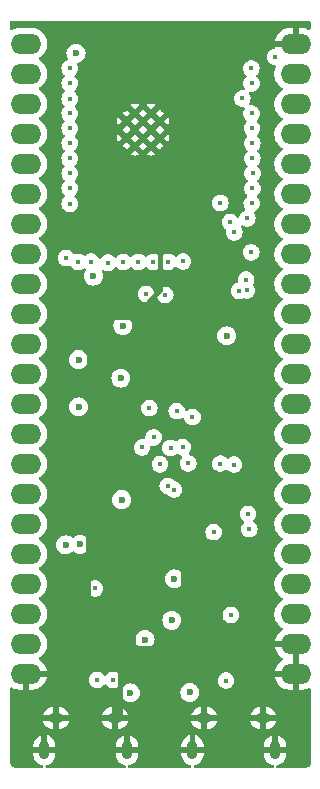
<source format=gbr>
%TF.GenerationSoftware,KiCad,Pcbnew,8.0.4*%
%TF.CreationDate,2024-10-28T14:32:02-07:00*%
%TF.ProjectId,aqp_controller,6171705f-636f-46e7-9472-6f6c6c65722e,rev0*%
%TF.SameCoordinates,Original*%
%TF.FileFunction,Copper,L2,Inr*%
%TF.FilePolarity,Positive*%
%FSLAX46Y46*%
G04 Gerber Fmt 4.6, Leading zero omitted, Abs format (unit mm)*
G04 Created by KiCad (PCBNEW 8.0.4) date 2024-10-28 14:32:02*
%MOMM*%
%LPD*%
G01*
G04 APERTURE LIST*
%TA.AperFunction,ComponentPad*%
%ADD10O,2.600000X1.700000*%
%TD*%
%TA.AperFunction,ComponentPad*%
%ADD11O,0.890000X1.550000*%
%TD*%
%TA.AperFunction,ComponentPad*%
%ADD12O,1.250000X0.950000*%
%TD*%
%TA.AperFunction,HeatsinkPad*%
%ADD13C,0.600000*%
%TD*%
%TA.AperFunction,ViaPad*%
%ADD14C,0.400000*%
%TD*%
%TA.AperFunction,ViaPad*%
%ADD15C,0.600000*%
%TD*%
%TA.AperFunction,Conductor*%
%ADD16C,0.400000*%
%TD*%
G04 APERTURE END LIST*
D10*
%TO.N,ESP_3V3*%
%TO.C,J1*%
X135089318Y-79497752D03*
X135089318Y-82037752D03*
%TO.N,CHIP_PU*%
X135089318Y-84577752D03*
%TO.N,GPIO4*%
X135089318Y-87117752D03*
%TO.N,GPIO5*%
X135089318Y-89657752D03*
%TO.N,GPIO6*%
X135089318Y-92197752D03*
%TO.N,GPIO7*%
X135089318Y-94737752D03*
%TO.N,GPIO15*%
X135089318Y-97277752D03*
%TO.N,GPIO16*%
X135089318Y-99817752D03*
%TO.N,GPIO17*%
X135089318Y-102357752D03*
%TO.N,GPIO18*%
X135089318Y-104897752D03*
%TO.N,GPIO8*%
X135089318Y-107437752D03*
%TO.N,GPIO3*%
X135089318Y-109977752D03*
%TO.N,GPIO46*%
X135089318Y-112517752D03*
%TO.N,GPIO9*%
X135089318Y-115057752D03*
%TO.N,GPIO10*%
X135089318Y-117597752D03*
%TO.N,GPIO11*%
X135089318Y-120137752D03*
%TO.N,GPIO12*%
X135089318Y-122677752D03*
%TO.N,GPIO13*%
X135089318Y-125217752D03*
%TO.N,GPIO14*%
X135089318Y-127757752D03*
%TO.N,VCC_5V*%
X135089318Y-130297752D03*
%TO.N,GND*%
X135089318Y-132837752D03*
%TD*%
%TO.N,GND*%
%TO.C,J3*%
X157930000Y-79510000D03*
%TO.N,U0TXD*%
X157930000Y-82050000D03*
%TO.N,U0RXD*%
X157930000Y-84590000D03*
%TO.N,GPIO1*%
X157930000Y-87130000D03*
%TO.N,GPIO2*%
X157930000Y-89670000D03*
%TO.N,GPIO42*%
X157930000Y-92210000D03*
%TO.N,GPIO41*%
X157930000Y-94750000D03*
%TO.N,GPIO40*%
X157930000Y-97290000D03*
%TO.N,GPIO39*%
X157930000Y-99830000D03*
%TO.N,GPIO38*%
X157930000Y-102370000D03*
%TO.N,GPIO37*%
X157930000Y-104910000D03*
%TO.N,GPIO36*%
X157930000Y-107450000D03*
%TO.N,GPIO35*%
X157930000Y-109990000D03*
%TO.N,GPIO0*%
X157930000Y-112530000D03*
%TO.N,GPIO45*%
X157930000Y-115070000D03*
%TO.N,GPIO48*%
X157930000Y-117610000D03*
%TO.N,GPIO47*%
X157930000Y-120150000D03*
%TO.N,GPIO21*%
X157930000Y-122690000D03*
%TO.N,GPIO20*%
X157930000Y-125230000D03*
%TO.N,GPIO19*%
X157930000Y-127770000D03*
%TO.N,GND*%
X157930000Y-130310000D03*
X157930000Y-132850000D03*
%TD*%
D11*
%TO.N,GND*%
%TO.C,J2*%
X136650000Y-139300000D03*
D12*
X137650000Y-136600000D03*
X142650000Y-136600000D03*
D11*
X143650000Y-139300000D03*
%TD*%
%TO.N,GND*%
%TO.C,J4*%
X149200000Y-139300000D03*
D12*
X150200000Y-136600000D03*
X155200000Y-136600000D03*
D11*
X156200000Y-139300000D03*
%TD*%
D13*
%TO.N,GND*%
%TO.C,U4*%
X143616938Y-86060000D03*
X143616938Y-87460000D03*
X144316938Y-85360000D03*
X144316938Y-86760000D03*
X144316938Y-88160000D03*
X145016938Y-86060000D03*
X145016938Y-87460000D03*
X145716938Y-85360000D03*
X145716938Y-86760000D03*
X145716938Y-88160000D03*
X146416938Y-86060000D03*
X146416938Y-87460000D03*
%TD*%
D14*
%TO.N,GND*%
X150822365Y-116469986D03*
X147980205Y-116090602D03*
X140470563Y-95339972D03*
X143148336Y-105487492D03*
X151834773Y-112424098D03*
X149402750Y-112370563D03*
X153566758Y-98283887D03*
X148777251Y-95411691D03*
X143959092Y-95365804D03*
D15*
%TO.N,VCC_3V3*%
X139691387Y-121888701D03*
X139551430Y-106248570D03*
X139551430Y-110241495D03*
X152099994Y-104230092D03*
X143200000Y-118100000D03*
X143300000Y-103359636D03*
%TO.N,GND*%
X141568551Y-130595448D03*
X144745024Y-126651657D03*
X140664454Y-129875356D03*
X142933142Y-130609232D03*
X140339178Y-123584204D03*
X152700000Y-130525676D03*
X142702844Y-112223310D03*
X140200000Y-130600000D03*
X148435543Y-126620378D03*
X140432543Y-107867456D03*
X151317216Y-130521082D03*
X140393754Y-118942355D03*
X152118017Y-107156872D03*
X147615354Y-120350000D03*
X142971747Y-121265640D03*
X139322549Y-102229383D03*
X145592495Y-101416824D03*
X149952625Y-130541758D03*
D14*
%TO.N,U0RXD*%
X153909320Y-119291942D03*
X153419431Y-84120000D03*
%TO.N,U0TXD*%
X154204266Y-82850000D03*
X154003791Y-120592733D03*
D15*
%TO.N,VBUS*%
X138457344Y-121922592D03*
X145182943Y-129936970D03*
D14*
%TO.N,USB_DP*%
X142484738Y-133352826D03*
X147615353Y-117238265D03*
%TO.N,USB_DN*%
X147105443Y-116922046D03*
X141133175Y-133345656D03*
%TO.N,RTS*%
X151569194Y-115045497D03*
X150990679Y-120850000D03*
%TO.N,GPIO11*%
X144627330Y-97961927D03*
%TO.N,GPIO14*%
X148403475Y-97925592D03*
%TO.N,GPIO17*%
X138802371Y-90480094D03*
%TO.N,GPIO3*%
X138491578Y-97632930D03*
D15*
%TO.N,ESP_3V3*%
X139336607Y-80304643D03*
X140803160Y-99165402D03*
D14*
%TO.N,GPIO4*%
X138802371Y-82845260D03*
%TO.N,GPIO12*%
X145887440Y-97971561D03*
%TO.N,GPIO5*%
X138802371Y-84143601D03*
%TO.N,GPIO16*%
X138802371Y-89201737D03*
D15*
%TO.N,VCC_5V*%
X148973300Y-134418648D03*
X143951892Y-134455270D03*
X147451214Y-128314326D03*
X147673776Y-124797630D03*
X143139808Y-107812559D03*
D14*
%TO.N,GPIO15*%
X138802371Y-87927014D03*
%TO.N,GPIO9*%
X142056532Y-98034597D03*
%TO.N,GPIO13*%
X147146708Y-97964349D03*
%TO.N,GPIO8*%
X138802371Y-93044075D03*
%TO.N,GPIO7*%
X138802371Y-86662558D03*
%TO.N,GPIO6*%
X138802371Y-85397157D03*
%TO.N,GPIO46*%
X140612245Y-97944741D03*
%TO.N,GPIO18*%
X138802371Y-91723538D03*
%TO.N,CHIP_PU*%
X145273864Y-100684945D03*
X146894786Y-100761081D03*
X138802371Y-81576776D03*
X148854028Y-115020254D03*
X139547393Y-97958293D03*
X148366666Y-113660289D03*
X152450000Y-127850000D03*
%TO.N,GPIO10*%
X143347872Y-97976461D03*
%TO.N,GPIO45*%
X154170932Y-97156291D03*
%TO.N,GPIO0*%
X151563603Y-92963603D03*
X149200000Y-111100000D03*
X140939178Y-125615649D03*
X146450711Y-115097155D03*
%TO.N,GPIO39*%
X154271246Y-89204738D03*
%TO.N,GPIO35*%
X153849762Y-94281518D03*
%TO.N,GPIO42*%
X154200000Y-85390000D03*
%TO.N,GPIO20*%
X152749052Y-95475350D03*
%TO.N,GPIO36*%
X154218009Y-93010000D03*
%TO.N,GPIO47*%
X153811373Y-100386257D03*
%TO.N,GPIO21*%
X153136374Y-100418365D03*
%TO.N,GPIO41*%
X154229067Y-86657291D03*
%TO.N,GPIO1*%
X156227489Y-80595676D03*
%TO.N,GPIO38*%
X154287203Y-90470000D03*
%TO.N,GPIO37*%
X154279936Y-91740000D03*
%TO.N,GPIO40*%
X154272669Y-87931437D03*
%TO.N,GPIO48*%
X153744730Y-99461073D03*
%TO.N,GPIO2*%
X154181988Y-81580000D03*
%TO.N,GPIO19*%
X152386896Y-94600174D03*
X152040126Y-133412480D03*
%TO.N,Net-(Q1-C)*%
X147866666Y-110600000D03*
X147342495Y-113709004D03*
%TO.N,Net-(Q2-B)*%
X145916825Y-112816826D03*
X152709478Y-115125828D03*
%TO.N,Net-(Q2-C)*%
X145543970Y-110351656D03*
X144931121Y-113672669D03*
%TD*%
D16*
%TO.N,GND*%
X142933142Y-130609232D02*
X142933142Y-130526529D01*
X146487440Y-88930502D02*
X145716938Y-88160000D01*
X141568551Y-130595448D02*
X142919358Y-130595448D01*
X140339178Y-123584204D02*
X143406631Y-126651657D01*
X140393754Y-123529628D02*
X140339178Y-123584204D01*
X142702844Y-112223310D02*
X142702844Y-116633265D01*
X152700000Y-130525676D02*
X153625676Y-130525676D01*
X140648462Y-118942355D02*
X142971747Y-121265640D01*
X153841352Y-130310000D02*
X157930000Y-130310000D01*
X140432543Y-108832543D02*
X140432543Y-107867456D01*
X142702844Y-116633265D02*
X140393754Y-118942355D01*
X145592495Y-101416824D02*
X146040047Y-101416824D01*
X139752802Y-102659636D02*
X139322549Y-102229383D01*
X140393754Y-118942355D02*
X140393754Y-123529628D01*
X149857413Y-130636970D02*
X142960880Y-130636970D01*
X142702844Y-112223310D02*
X142702844Y-111102844D01*
X140396208Y-103303042D02*
X140396208Y-107831121D01*
X139322549Y-102229383D02*
X140396208Y-103303042D01*
X140339178Y-129550080D02*
X140664454Y-129875356D01*
X147615354Y-120350000D02*
X148435543Y-121170189D01*
X151780095Y-107156872D02*
X152118017Y-107156872D01*
X149952625Y-130541758D02*
X150200000Y-130789133D01*
X142933142Y-129366858D02*
X142933142Y-130609232D01*
X146040047Y-101416824D02*
X151780095Y-107156872D01*
X140700000Y-129910902D02*
X140700000Y-130600000D01*
X149952625Y-130541758D02*
X149857413Y-130636970D01*
X144745024Y-126651657D02*
X144745024Y-127554976D01*
X143084738Y-131018454D02*
X143084738Y-136165262D01*
X142933142Y-130866858D02*
X143084738Y-131018454D01*
X141563999Y-130600000D02*
X141568551Y-130595448D01*
X149952625Y-130541758D02*
X151296540Y-130541758D01*
X143406631Y-126651657D02*
X144745024Y-126651657D01*
X143084738Y-136165262D02*
X142650000Y-136600000D01*
X142933142Y-130609232D02*
X142933142Y-130866858D01*
X140664454Y-129875356D02*
X140700000Y-129910902D01*
X142919358Y-130595448D02*
X142933142Y-130609232D01*
X141200000Y-109600000D02*
X140432543Y-108832543D01*
X144745024Y-127554976D02*
X142933142Y-129366858D01*
X140200000Y-130600000D02*
X137962248Y-132837752D01*
X144349683Y-102659636D02*
X139752802Y-102659636D01*
X137962248Y-132837752D02*
X135089318Y-132837752D01*
X148435543Y-126620378D02*
X144776303Y-126620378D01*
X142971747Y-121265640D02*
X146699714Y-121265640D01*
X153625676Y-130525676D02*
X153841352Y-130310000D01*
X140393754Y-118942355D02*
X140648462Y-118942355D01*
X140396208Y-107831121D02*
X140432543Y-107867456D01*
X148435543Y-121170189D02*
X148435543Y-126620378D01*
X151317216Y-130521082D02*
X152695406Y-130521082D01*
X146699714Y-121265640D02*
X147615354Y-120350000D01*
X142702844Y-111102844D02*
X141200000Y-109600000D01*
X146487440Y-100319898D02*
X146487440Y-88930502D01*
X151296540Y-130541758D02*
X151317216Y-130521082D01*
X148435543Y-127335543D02*
X149952625Y-128852625D01*
X149952625Y-128852625D02*
X149952625Y-130541758D01*
X140339178Y-123584204D02*
X140339178Y-129550080D01*
X145592495Y-101416824D02*
X144349683Y-102659636D01*
X148435543Y-126620378D02*
X148435543Y-127335543D01*
X152695406Y-130521082D02*
X152700000Y-130525676D01*
X145592495Y-101416824D02*
X145592495Y-101214843D01*
X150200000Y-130789133D02*
X150200000Y-136600000D01*
X145592495Y-101214843D02*
X146487440Y-100319898D01*
X140200000Y-130600000D02*
X141563999Y-130600000D01*
X144776303Y-126620378D02*
X144745024Y-126651657D01*
X142960880Y-130636970D02*
X142933142Y-130609232D01*
%TD*%
%TA.AperFunction,Conductor*%
%TO.N,GND*%
G36*
X159143039Y-77569685D02*
G01*
X159188794Y-77622489D01*
X159200000Y-77674000D01*
X159200000Y-78210321D01*
X159180315Y-78277360D01*
X159127511Y-78323115D01*
X159058353Y-78333059D01*
X159019705Y-78320806D01*
X158898217Y-78258904D01*
X158696129Y-78193242D01*
X158486246Y-78160000D01*
X158180000Y-78160000D01*
X158180000Y-79076988D01*
X158122993Y-79044075D01*
X157995826Y-79010000D01*
X157864174Y-79010000D01*
X157737007Y-79044075D01*
X157680000Y-79076988D01*
X157680000Y-78160000D01*
X157373754Y-78160000D01*
X157163872Y-78193242D01*
X157163869Y-78193242D01*
X156961782Y-78258904D01*
X156772442Y-78355379D01*
X156600540Y-78480272D01*
X156600535Y-78480276D01*
X156450276Y-78630535D01*
X156450272Y-78630540D01*
X156325379Y-78802442D01*
X156228904Y-78991782D01*
X156163242Y-79193870D01*
X156163242Y-79193873D01*
X156152769Y-79260000D01*
X157496988Y-79260000D01*
X157464075Y-79317007D01*
X157430000Y-79444174D01*
X157430000Y-79575826D01*
X157464075Y-79702993D01*
X157496988Y-79760000D01*
X156152769Y-79760000D01*
X156155163Y-79775116D01*
X156146207Y-79844410D01*
X156101210Y-79897861D01*
X156062365Y-79914910D01*
X155977261Y-79935886D01*
X155826639Y-80014939D01*
X155699305Y-80127748D01*
X155602671Y-80267744D01*
X155542349Y-80426801D01*
X155542348Y-80426806D01*
X155521844Y-80595676D01*
X155542348Y-80764545D01*
X155542349Y-80764550D01*
X155602671Y-80923607D01*
X155610162Y-80934459D01*
X155699306Y-81063605D01*
X155766678Y-81123291D01*
X155826639Y-81176412D01*
X155975349Y-81254461D01*
X155977264Y-81255466D01*
X156142433Y-81296176D01*
X156146042Y-81296176D01*
X156148586Y-81296923D01*
X156149878Y-81297080D01*
X156149851Y-81297294D01*
X156213081Y-81315861D01*
X156258836Y-81368665D01*
X156268780Y-81437823D01*
X156256526Y-81476472D01*
X156228444Y-81531583D01*
X156162753Y-81733760D01*
X156135167Y-81907931D01*
X156129500Y-81943713D01*
X156129500Y-82156287D01*
X156162754Y-82366243D01*
X156224463Y-82556164D01*
X156228444Y-82568414D01*
X156324951Y-82757820D01*
X156449890Y-82929786D01*
X156600213Y-83080109D01*
X156772182Y-83205050D01*
X156780946Y-83209516D01*
X156831742Y-83257491D01*
X156848536Y-83325312D01*
X156825998Y-83391447D01*
X156780946Y-83430484D01*
X156772182Y-83434949D01*
X156600213Y-83559890D01*
X156449890Y-83710213D01*
X156324951Y-83882179D01*
X156228444Y-84071585D01*
X156162753Y-84273760D01*
X156129500Y-84483713D01*
X156129500Y-84696286D01*
X156160654Y-84892989D01*
X156162754Y-84906243D01*
X156224463Y-85096164D01*
X156228444Y-85108414D01*
X156324951Y-85297820D01*
X156449890Y-85469786D01*
X156600213Y-85620109D01*
X156772182Y-85745050D01*
X156780946Y-85749516D01*
X156831742Y-85797491D01*
X156848536Y-85865312D01*
X156825998Y-85931447D01*
X156780946Y-85970484D01*
X156772182Y-85974949D01*
X156600213Y-86099890D01*
X156449890Y-86250213D01*
X156324951Y-86422179D01*
X156228444Y-86611585D01*
X156162753Y-86813760D01*
X156135596Y-86985222D01*
X156129500Y-87023713D01*
X156129500Y-87236287D01*
X156133026Y-87258547D01*
X156151505Y-87375224D01*
X156162754Y-87446243D01*
X156224463Y-87636164D01*
X156228444Y-87648414D01*
X156324951Y-87837820D01*
X156449890Y-88009786D01*
X156600213Y-88160109D01*
X156772182Y-88285050D01*
X156780946Y-88289516D01*
X156831742Y-88337491D01*
X156848536Y-88405312D01*
X156825998Y-88471447D01*
X156780946Y-88510484D01*
X156772182Y-88514949D01*
X156600213Y-88639890D01*
X156449890Y-88790213D01*
X156324951Y-88962179D01*
X156228444Y-89151585D01*
X156162753Y-89353760D01*
X156159609Y-89373612D01*
X156129500Y-89563713D01*
X156129500Y-89776287D01*
X156130955Y-89785472D01*
X156154994Y-89937252D01*
X156162754Y-89986243D01*
X156224463Y-90176164D01*
X156228444Y-90188414D01*
X156324951Y-90377820D01*
X156449890Y-90549786D01*
X156600213Y-90700109D01*
X156772182Y-90825050D01*
X156780946Y-90829516D01*
X156831742Y-90877491D01*
X156848536Y-90945312D01*
X156825998Y-91011447D01*
X156780946Y-91050484D01*
X156772182Y-91054949D01*
X156600213Y-91179890D01*
X156449890Y-91330213D01*
X156324951Y-91502179D01*
X156228444Y-91691585D01*
X156162753Y-91893760D01*
X156129500Y-92103713D01*
X156129500Y-92316286D01*
X156157844Y-92495246D01*
X156162754Y-92526243D01*
X156224463Y-92716164D01*
X156228444Y-92728414D01*
X156324951Y-92917820D01*
X156449890Y-93089786D01*
X156600213Y-93240109D01*
X156772182Y-93365050D01*
X156780946Y-93369516D01*
X156831742Y-93417491D01*
X156848536Y-93485312D01*
X156825998Y-93551447D01*
X156780946Y-93590484D01*
X156772182Y-93594949D01*
X156600213Y-93719890D01*
X156449890Y-93870213D01*
X156324951Y-94042179D01*
X156228444Y-94231585D01*
X156162753Y-94433760D01*
X156160119Y-94450392D01*
X156129500Y-94643713D01*
X156129500Y-94856287D01*
X156162754Y-95066243D01*
X156224463Y-95256164D01*
X156228444Y-95268414D01*
X156324951Y-95457820D01*
X156449890Y-95629786D01*
X156600213Y-95780109D01*
X156772182Y-95905050D01*
X156780946Y-95909516D01*
X156831742Y-95957491D01*
X156848536Y-96025312D01*
X156825998Y-96091447D01*
X156780946Y-96130484D01*
X156772182Y-96134949D01*
X156600213Y-96259890D01*
X156449890Y-96410213D01*
X156324951Y-96582179D01*
X156228444Y-96771585D01*
X156162753Y-96973760D01*
X156150331Y-97052193D01*
X156129500Y-97183713D01*
X156129500Y-97396287D01*
X156137092Y-97444221D01*
X156161394Y-97597660D01*
X156162754Y-97606243D01*
X156226295Y-97801802D01*
X156228444Y-97808414D01*
X156324951Y-97997820D01*
X156449890Y-98169786D01*
X156600213Y-98320109D01*
X156772182Y-98445050D01*
X156780946Y-98449516D01*
X156831742Y-98497491D01*
X156848536Y-98565312D01*
X156825998Y-98631447D01*
X156780946Y-98670484D01*
X156772182Y-98674949D01*
X156600213Y-98799890D01*
X156449890Y-98950213D01*
X156324951Y-99122179D01*
X156228444Y-99311585D01*
X156162753Y-99513760D01*
X156129500Y-99723713D01*
X156129500Y-99936286D01*
X156156096Y-100104211D01*
X156162754Y-100146243D01*
X156224463Y-100336164D01*
X156228444Y-100348414D01*
X156324951Y-100537820D01*
X156449890Y-100709786D01*
X156600213Y-100860109D01*
X156772182Y-100985050D01*
X156780946Y-100989516D01*
X156831742Y-101037491D01*
X156848536Y-101105312D01*
X156825998Y-101171447D01*
X156780946Y-101210484D01*
X156772182Y-101214949D01*
X156600213Y-101339890D01*
X156449890Y-101490213D01*
X156324951Y-101662179D01*
X156228444Y-101851585D01*
X156162753Y-102053760D01*
X156131440Y-102251465D01*
X156129500Y-102263713D01*
X156129500Y-102476287D01*
X156162754Y-102686243D01*
X156224463Y-102876164D01*
X156228444Y-102888414D01*
X156324951Y-103077820D01*
X156449890Y-103249786D01*
X156600213Y-103400109D01*
X156772182Y-103525050D01*
X156780946Y-103529516D01*
X156831742Y-103577491D01*
X156848536Y-103645312D01*
X156825998Y-103711447D01*
X156780946Y-103750484D01*
X156772182Y-103754949D01*
X156600213Y-103879890D01*
X156449890Y-104030213D01*
X156324951Y-104202179D01*
X156228444Y-104391585D01*
X156162753Y-104593760D01*
X156140802Y-104732354D01*
X156129500Y-104803713D01*
X156129500Y-105016287D01*
X156162754Y-105226243D01*
X156224463Y-105416164D01*
X156228444Y-105428414D01*
X156324951Y-105617820D01*
X156449890Y-105789786D01*
X156600213Y-105940109D01*
X156772182Y-106065050D01*
X156780946Y-106069516D01*
X156831742Y-106117491D01*
X156848536Y-106185312D01*
X156825998Y-106251447D01*
X156780946Y-106290484D01*
X156772182Y-106294949D01*
X156600213Y-106419890D01*
X156449890Y-106570213D01*
X156324951Y-106742179D01*
X156228444Y-106931585D01*
X156162753Y-107133760D01*
X156154995Y-107182743D01*
X156129500Y-107343713D01*
X156129500Y-107556287D01*
X156162754Y-107766243D01*
X156224463Y-107956164D01*
X156228444Y-107968414D01*
X156324951Y-108157820D01*
X156449890Y-108329786D01*
X156600213Y-108480109D01*
X156772182Y-108605050D01*
X156780946Y-108609516D01*
X156831742Y-108657491D01*
X156848536Y-108725312D01*
X156825998Y-108791447D01*
X156780946Y-108830484D01*
X156772182Y-108834949D01*
X156600213Y-108959890D01*
X156449890Y-109110213D01*
X156324951Y-109282179D01*
X156228444Y-109471585D01*
X156162753Y-109673760D01*
X156147365Y-109770919D01*
X156129500Y-109883713D01*
X156129500Y-110096287D01*
X156162754Y-110306243D01*
X156224463Y-110496164D01*
X156228444Y-110508414D01*
X156324951Y-110697820D01*
X156449890Y-110869786D01*
X156600213Y-111020109D01*
X156772182Y-111145050D01*
X156780946Y-111149516D01*
X156831742Y-111197491D01*
X156848536Y-111265312D01*
X156825998Y-111331447D01*
X156780946Y-111370484D01*
X156772182Y-111374949D01*
X156600213Y-111499890D01*
X156449890Y-111650213D01*
X156324951Y-111822179D01*
X156228444Y-112011585D01*
X156162753Y-112213760D01*
X156131440Y-112411465D01*
X156129500Y-112423713D01*
X156129500Y-112636287D01*
X156131348Y-112647954D01*
X156158094Y-112816826D01*
X156162754Y-112846243D01*
X156224463Y-113036164D01*
X156228444Y-113048414D01*
X156324951Y-113237820D01*
X156449890Y-113409786D01*
X156600213Y-113560109D01*
X156772182Y-113685050D01*
X156780946Y-113689516D01*
X156831742Y-113737491D01*
X156848536Y-113805312D01*
X156825998Y-113871447D01*
X156780946Y-113910484D01*
X156772182Y-113914949D01*
X156600213Y-114039890D01*
X156449890Y-114190213D01*
X156324951Y-114362179D01*
X156228444Y-114551585D01*
X156162753Y-114753760D01*
X156129500Y-114963713D01*
X156129500Y-115176286D01*
X156143713Y-115266027D01*
X156162754Y-115386243D01*
X156224463Y-115576164D01*
X156228444Y-115588414D01*
X156324951Y-115777820D01*
X156449890Y-115949786D01*
X156600213Y-116100109D01*
X156772182Y-116225050D01*
X156780946Y-116229516D01*
X156831742Y-116277491D01*
X156848536Y-116345312D01*
X156825998Y-116411447D01*
X156780946Y-116450484D01*
X156772182Y-116454949D01*
X156600213Y-116579890D01*
X156449890Y-116730213D01*
X156324951Y-116902179D01*
X156228444Y-117091585D01*
X156162753Y-117293760D01*
X156131440Y-117491465D01*
X156129500Y-117503713D01*
X156129500Y-117716287D01*
X156162754Y-117926243D01*
X156224463Y-118116164D01*
X156228444Y-118128414D01*
X156324951Y-118317820D01*
X156449890Y-118489786D01*
X156600213Y-118640109D01*
X156772182Y-118765050D01*
X156780946Y-118769516D01*
X156831742Y-118817491D01*
X156848536Y-118885312D01*
X156825998Y-118951447D01*
X156780946Y-118990484D01*
X156772182Y-118994949D01*
X156600213Y-119119890D01*
X156449890Y-119270213D01*
X156324951Y-119442179D01*
X156228444Y-119631585D01*
X156162753Y-119833760D01*
X156138203Y-119988762D01*
X156129500Y-120043713D01*
X156129500Y-120256287D01*
X156130849Y-120264803D01*
X156156041Y-120423863D01*
X156162754Y-120466243D01*
X156224463Y-120656164D01*
X156228444Y-120668414D01*
X156324951Y-120857820D01*
X156449890Y-121029786D01*
X156600213Y-121180109D01*
X156772182Y-121305050D01*
X156780946Y-121309516D01*
X156831742Y-121357491D01*
X156848536Y-121425312D01*
X156825998Y-121491447D01*
X156780946Y-121530484D01*
X156772182Y-121534949D01*
X156600213Y-121659890D01*
X156449890Y-121810213D01*
X156324951Y-121982179D01*
X156228444Y-122171585D01*
X156162753Y-122373760D01*
X156145945Y-122479883D01*
X156129500Y-122583713D01*
X156129500Y-122796287D01*
X156162754Y-123006243D01*
X156224463Y-123196164D01*
X156228444Y-123208414D01*
X156324951Y-123397820D01*
X156449890Y-123569786D01*
X156600213Y-123720109D01*
X156772182Y-123845050D01*
X156780946Y-123849516D01*
X156831742Y-123897491D01*
X156848536Y-123965312D01*
X156825998Y-124031447D01*
X156780946Y-124070484D01*
X156772182Y-124074949D01*
X156600213Y-124199890D01*
X156449890Y-124350213D01*
X156324951Y-124522179D01*
X156228444Y-124711585D01*
X156162753Y-124913760D01*
X156129500Y-125123713D01*
X156129500Y-125336286D01*
X156146999Y-125446774D01*
X156162754Y-125546243D01*
X156224463Y-125736164D01*
X156228444Y-125748414D01*
X156324951Y-125937820D01*
X156449890Y-126109786D01*
X156600213Y-126260109D01*
X156772182Y-126385050D01*
X156780946Y-126389516D01*
X156831742Y-126437491D01*
X156848536Y-126505312D01*
X156825998Y-126571447D01*
X156780946Y-126610484D01*
X156772182Y-126614949D01*
X156600213Y-126739890D01*
X156449890Y-126890213D01*
X156324951Y-127062179D01*
X156228444Y-127251585D01*
X156162753Y-127453760D01*
X156150843Y-127528957D01*
X156129500Y-127663713D01*
X156129500Y-127876287D01*
X156162754Y-128086243D01*
X156224463Y-128276164D01*
X156228444Y-128288414D01*
X156324951Y-128477820D01*
X156449890Y-128649786D01*
X156600213Y-128800109D01*
X156772179Y-128925048D01*
X156772181Y-128925049D01*
X156772184Y-128925051D01*
X156781493Y-128929794D01*
X156832290Y-128977766D01*
X156849087Y-129045587D01*
X156826552Y-129111722D01*
X156781502Y-129150762D01*
X156772443Y-129155378D01*
X156600540Y-129280272D01*
X156600535Y-129280276D01*
X156450276Y-129430535D01*
X156450272Y-129430540D01*
X156325379Y-129602442D01*
X156228904Y-129791782D01*
X156163242Y-129993870D01*
X156163242Y-129993873D01*
X156152769Y-130060000D01*
X157496988Y-130060000D01*
X157464075Y-130117007D01*
X157430000Y-130244174D01*
X157430000Y-130375826D01*
X157464075Y-130502993D01*
X157496988Y-130560000D01*
X156152769Y-130560000D01*
X156163242Y-130626126D01*
X156163242Y-130626129D01*
X156228904Y-130828217D01*
X156325379Y-131017557D01*
X156450272Y-131189459D01*
X156450276Y-131189464D01*
X156600535Y-131339723D01*
X156600540Y-131339727D01*
X156772444Y-131464622D01*
X156782048Y-131469516D01*
X156832844Y-131517491D01*
X156849638Y-131585312D01*
X156827100Y-131651447D01*
X156782048Y-131690484D01*
X156772444Y-131695377D01*
X156600540Y-131820272D01*
X156600535Y-131820276D01*
X156450276Y-131970535D01*
X156450272Y-131970540D01*
X156325379Y-132142442D01*
X156228904Y-132331782D01*
X156163242Y-132533870D01*
X156163242Y-132533873D01*
X156152769Y-132600000D01*
X157496988Y-132600000D01*
X157464075Y-132657007D01*
X157430000Y-132784174D01*
X157430000Y-132915826D01*
X157464075Y-133042993D01*
X157496988Y-133100000D01*
X156152769Y-133100000D01*
X156163242Y-133166126D01*
X156163242Y-133166129D01*
X156228904Y-133368217D01*
X156325379Y-133557557D01*
X156450272Y-133729459D01*
X156450276Y-133729464D01*
X156600535Y-133879723D01*
X156600540Y-133879727D01*
X156772442Y-134004620D01*
X156961782Y-134101095D01*
X157163870Y-134166757D01*
X157373754Y-134200000D01*
X157680000Y-134200000D01*
X157680000Y-133283012D01*
X157737007Y-133315925D01*
X157864174Y-133350000D01*
X157995826Y-133350000D01*
X158122993Y-133315925D01*
X158180000Y-133283012D01*
X158180000Y-134200000D01*
X158486246Y-134200000D01*
X158696127Y-134166757D01*
X158696130Y-134166757D01*
X158898219Y-134101094D01*
X159019704Y-134039194D01*
X159088373Y-134026297D01*
X159153114Y-134052573D01*
X159193371Y-134109679D01*
X159200000Y-134149678D01*
X159200000Y-140467485D01*
X159180317Y-140534522D01*
X159136849Y-140602163D01*
X159115943Y-140626879D01*
X159038136Y-140697612D01*
X159011547Y-140716074D01*
X158918091Y-140764256D01*
X158887629Y-140775207D01*
X158782872Y-140797997D01*
X158754658Y-140800817D01*
X158700009Y-140800000D01*
X158700000Y-140800000D01*
X156420916Y-140800000D01*
X156353877Y-140780315D01*
X156308122Y-140727511D01*
X156298178Y-140658353D01*
X156327203Y-140594797D01*
X156385981Y-140557023D01*
X156396725Y-140554383D01*
X156475638Y-140538685D01*
X156475646Y-140538683D01*
X156647622Y-140467449D01*
X156647631Y-140467444D01*
X156802401Y-140364029D01*
X156802405Y-140364026D01*
X156934026Y-140232405D01*
X156934029Y-140232401D01*
X157037444Y-140077631D01*
X157037449Y-140077622D01*
X157108683Y-139905646D01*
X157108685Y-139905638D01*
X157144999Y-139723078D01*
X157145000Y-139723076D01*
X157145000Y-139550000D01*
X156450000Y-139550000D01*
X156450000Y-139050000D01*
X157145000Y-139050000D01*
X157145000Y-138876923D01*
X157144999Y-138876921D01*
X157108685Y-138694361D01*
X157108683Y-138694353D01*
X157037449Y-138522377D01*
X157037444Y-138522368D01*
X156934029Y-138367598D01*
X156934026Y-138367594D01*
X156802405Y-138235973D01*
X156802401Y-138235970D01*
X156647631Y-138132555D01*
X156647622Y-138132550D01*
X156475648Y-138061317D01*
X156450000Y-138056214D01*
X156450000Y-138925272D01*
X156411940Y-138833386D01*
X156341614Y-138763060D01*
X156249728Y-138725000D01*
X156150272Y-138725000D01*
X156058386Y-138763060D01*
X155988060Y-138833386D01*
X155950000Y-138925272D01*
X155950000Y-138056214D01*
X155924351Y-138061317D01*
X155752377Y-138132550D01*
X155752368Y-138132555D01*
X155597598Y-138235970D01*
X155597594Y-138235973D01*
X155465973Y-138367594D01*
X155465970Y-138367598D01*
X155362555Y-138522368D01*
X155362550Y-138522377D01*
X155291316Y-138694353D01*
X155291314Y-138694361D01*
X155255000Y-138876921D01*
X155255000Y-139050000D01*
X155950000Y-139050000D01*
X155950000Y-139550000D01*
X155255000Y-139550000D01*
X155255000Y-139723078D01*
X155291314Y-139905638D01*
X155291316Y-139905646D01*
X155362550Y-140077622D01*
X155362555Y-140077631D01*
X155465970Y-140232401D01*
X155465973Y-140232405D01*
X155597594Y-140364026D01*
X155597598Y-140364029D01*
X155752368Y-140467444D01*
X155752377Y-140467449D01*
X155924353Y-140538683D01*
X155924361Y-140538685D01*
X156003275Y-140554383D01*
X156065186Y-140586768D01*
X156099760Y-140647484D01*
X156096021Y-140717253D01*
X156055154Y-140773925D01*
X155990136Y-140799506D01*
X155979084Y-140800000D01*
X149420916Y-140800000D01*
X149353877Y-140780315D01*
X149308122Y-140727511D01*
X149298178Y-140658353D01*
X149327203Y-140594797D01*
X149385981Y-140557023D01*
X149396725Y-140554383D01*
X149475638Y-140538685D01*
X149475646Y-140538683D01*
X149647622Y-140467449D01*
X149647631Y-140467444D01*
X149802401Y-140364029D01*
X149802405Y-140364026D01*
X149934026Y-140232405D01*
X149934029Y-140232401D01*
X150037444Y-140077631D01*
X150037449Y-140077622D01*
X150108683Y-139905646D01*
X150108685Y-139905638D01*
X150144999Y-139723078D01*
X150145000Y-139723076D01*
X150145000Y-139550000D01*
X149450000Y-139550000D01*
X149450000Y-139050000D01*
X150145000Y-139050000D01*
X150145000Y-138876923D01*
X150144999Y-138876921D01*
X150108685Y-138694361D01*
X150108683Y-138694353D01*
X150037449Y-138522377D01*
X150037444Y-138522368D01*
X149934029Y-138367598D01*
X149934026Y-138367594D01*
X149802405Y-138235973D01*
X149802401Y-138235970D01*
X149647631Y-138132555D01*
X149647622Y-138132550D01*
X149475648Y-138061317D01*
X149450000Y-138056214D01*
X149450000Y-138925272D01*
X149411940Y-138833386D01*
X149341614Y-138763060D01*
X149249728Y-138725000D01*
X149150272Y-138725000D01*
X149058386Y-138763060D01*
X148988060Y-138833386D01*
X148950000Y-138925272D01*
X148950000Y-138056214D01*
X148924351Y-138061317D01*
X148752377Y-138132550D01*
X148752368Y-138132555D01*
X148597598Y-138235970D01*
X148597594Y-138235973D01*
X148465973Y-138367594D01*
X148465970Y-138367598D01*
X148362555Y-138522368D01*
X148362550Y-138522377D01*
X148291316Y-138694353D01*
X148291314Y-138694361D01*
X148255000Y-138876921D01*
X148255000Y-139050000D01*
X148950000Y-139050000D01*
X148950000Y-139550000D01*
X148255000Y-139550000D01*
X148255000Y-139723078D01*
X148291314Y-139905638D01*
X148291316Y-139905646D01*
X148362550Y-140077622D01*
X148362555Y-140077631D01*
X148465970Y-140232401D01*
X148465973Y-140232405D01*
X148597594Y-140364026D01*
X148597598Y-140364029D01*
X148752368Y-140467444D01*
X148752377Y-140467449D01*
X148924353Y-140538683D01*
X148924361Y-140538685D01*
X149003275Y-140554383D01*
X149065186Y-140586768D01*
X149099760Y-140647484D01*
X149096021Y-140717253D01*
X149055154Y-140773925D01*
X148990136Y-140799506D01*
X148979084Y-140800000D01*
X143870916Y-140800000D01*
X143803877Y-140780315D01*
X143758122Y-140727511D01*
X143748178Y-140658353D01*
X143777203Y-140594797D01*
X143835981Y-140557023D01*
X143846725Y-140554383D01*
X143925638Y-140538685D01*
X143925646Y-140538683D01*
X144097622Y-140467449D01*
X144097631Y-140467444D01*
X144252401Y-140364029D01*
X144252405Y-140364026D01*
X144384026Y-140232405D01*
X144384029Y-140232401D01*
X144487444Y-140077631D01*
X144487449Y-140077622D01*
X144558683Y-139905646D01*
X144558685Y-139905638D01*
X144594999Y-139723078D01*
X144595000Y-139723076D01*
X144595000Y-139550000D01*
X143900000Y-139550000D01*
X143900000Y-139050000D01*
X144595000Y-139050000D01*
X144595000Y-138876923D01*
X144594999Y-138876921D01*
X144558685Y-138694361D01*
X144558683Y-138694353D01*
X144487449Y-138522377D01*
X144487444Y-138522368D01*
X144384029Y-138367598D01*
X144384026Y-138367594D01*
X144252405Y-138235973D01*
X144252401Y-138235970D01*
X144097631Y-138132555D01*
X144097622Y-138132550D01*
X143925648Y-138061317D01*
X143900000Y-138056214D01*
X143900000Y-138925272D01*
X143861940Y-138833386D01*
X143791614Y-138763060D01*
X143699728Y-138725000D01*
X143600272Y-138725000D01*
X143508386Y-138763060D01*
X143438060Y-138833386D01*
X143400000Y-138925272D01*
X143400000Y-138056214D01*
X143374351Y-138061317D01*
X143202377Y-138132550D01*
X143202368Y-138132555D01*
X143047598Y-138235970D01*
X143047594Y-138235973D01*
X142915973Y-138367594D01*
X142915970Y-138367598D01*
X142812555Y-138522368D01*
X142812550Y-138522377D01*
X142741316Y-138694353D01*
X142741314Y-138694361D01*
X142705000Y-138876921D01*
X142705000Y-139050000D01*
X143400000Y-139050000D01*
X143400000Y-139550000D01*
X142705000Y-139550000D01*
X142705000Y-139723078D01*
X142741314Y-139905638D01*
X142741316Y-139905646D01*
X142812550Y-140077622D01*
X142812555Y-140077631D01*
X142915970Y-140232401D01*
X142915973Y-140232405D01*
X143047594Y-140364026D01*
X143047598Y-140364029D01*
X143202368Y-140467444D01*
X143202377Y-140467449D01*
X143374353Y-140538683D01*
X143374361Y-140538685D01*
X143453275Y-140554383D01*
X143515186Y-140586768D01*
X143549760Y-140647484D01*
X143546021Y-140717253D01*
X143505154Y-140773925D01*
X143440136Y-140799506D01*
X143429084Y-140800000D01*
X136870916Y-140800000D01*
X136803877Y-140780315D01*
X136758122Y-140727511D01*
X136748178Y-140658353D01*
X136777203Y-140594797D01*
X136835981Y-140557023D01*
X136846725Y-140554383D01*
X136925638Y-140538685D01*
X136925646Y-140538683D01*
X137097622Y-140467449D01*
X137097631Y-140467444D01*
X137252401Y-140364029D01*
X137252405Y-140364026D01*
X137384026Y-140232405D01*
X137384029Y-140232401D01*
X137487444Y-140077631D01*
X137487449Y-140077622D01*
X137558683Y-139905646D01*
X137558685Y-139905638D01*
X137594999Y-139723078D01*
X137595000Y-139723076D01*
X137595000Y-139550000D01*
X136900000Y-139550000D01*
X136900000Y-139050000D01*
X137595000Y-139050000D01*
X137595000Y-138876923D01*
X137594999Y-138876921D01*
X137558685Y-138694361D01*
X137558683Y-138694353D01*
X137487449Y-138522377D01*
X137487444Y-138522368D01*
X137384029Y-138367598D01*
X137384026Y-138367594D01*
X137252405Y-138235973D01*
X137252401Y-138235970D01*
X137097631Y-138132555D01*
X137097622Y-138132550D01*
X136925648Y-138061317D01*
X136900000Y-138056214D01*
X136900000Y-138925272D01*
X136861940Y-138833386D01*
X136791614Y-138763060D01*
X136699728Y-138725000D01*
X136600272Y-138725000D01*
X136508386Y-138763060D01*
X136438060Y-138833386D01*
X136400000Y-138925272D01*
X136400000Y-138056214D01*
X136374351Y-138061317D01*
X136202377Y-138132550D01*
X136202368Y-138132555D01*
X136047598Y-138235970D01*
X136047594Y-138235973D01*
X135915973Y-138367594D01*
X135915970Y-138367598D01*
X135812555Y-138522368D01*
X135812550Y-138522377D01*
X135741316Y-138694353D01*
X135741314Y-138694361D01*
X135705000Y-138876921D01*
X135705000Y-139050000D01*
X136400000Y-139050000D01*
X136400000Y-139550000D01*
X135705000Y-139550000D01*
X135705000Y-139723078D01*
X135741314Y-139905638D01*
X135741316Y-139905646D01*
X135812550Y-140077622D01*
X135812555Y-140077631D01*
X135915970Y-140232401D01*
X135915973Y-140232405D01*
X136047594Y-140364026D01*
X136047598Y-140364029D01*
X136202368Y-140467444D01*
X136202377Y-140467449D01*
X136374353Y-140538683D01*
X136374361Y-140538685D01*
X136453275Y-140554383D01*
X136515186Y-140586768D01*
X136549760Y-140647484D01*
X136546021Y-140717253D01*
X136505154Y-140773925D01*
X136440136Y-140799506D01*
X136429084Y-140800000D01*
X134299991Y-140800000D01*
X134245508Y-140800975D01*
X134216929Y-140798161D01*
X134134899Y-140780315D01*
X134112303Y-140775399D01*
X134081842Y-140764448D01*
X133988334Y-140716239D01*
X133961745Y-140697777D01*
X133883900Y-140627009D01*
X133862996Y-140602296D01*
X133806120Y-140513792D01*
X133792325Y-140484510D01*
X133759724Y-140382519D01*
X133754207Y-140354337D01*
X133750370Y-140304778D01*
X133750000Y-140295206D01*
X133750000Y-136350000D01*
X136555626Y-136350000D01*
X137384943Y-136350000D01*
X137344225Y-136366866D01*
X137266866Y-136444225D01*
X137225000Y-136545299D01*
X137225000Y-136654701D01*
X137266866Y-136755775D01*
X137344225Y-136833134D01*
X137384943Y-136850000D01*
X136555626Y-136850000D01*
X136562466Y-136884389D01*
X136562468Y-136884397D01*
X136635964Y-137061833D01*
X136635969Y-137061842D01*
X136742667Y-137221526D01*
X136742670Y-137221530D01*
X136878469Y-137357329D01*
X136878473Y-137357332D01*
X137038157Y-137464030D01*
X137038166Y-137464035D01*
X137215602Y-137537531D01*
X137215610Y-137537533D01*
X137399999Y-137574210D01*
X137400000Y-137574210D01*
X137400000Y-136856236D01*
X137445299Y-136875000D01*
X137854701Y-136875000D01*
X137900000Y-136856236D01*
X137900000Y-137574210D01*
X138084389Y-137537533D01*
X138084397Y-137537531D01*
X138261833Y-137464035D01*
X138261842Y-137464030D01*
X138421526Y-137357332D01*
X138421530Y-137357329D01*
X138557329Y-137221530D01*
X138557332Y-137221526D01*
X138664030Y-137061842D01*
X138664035Y-137061833D01*
X138737531Y-136884397D01*
X138737533Y-136884389D01*
X138744374Y-136850000D01*
X137915057Y-136850000D01*
X137955775Y-136833134D01*
X138033134Y-136755775D01*
X138075000Y-136654701D01*
X138075000Y-136545299D01*
X138033134Y-136444225D01*
X137955775Y-136366866D01*
X137915057Y-136350000D01*
X138744374Y-136350000D01*
X141555626Y-136350000D01*
X142384943Y-136350000D01*
X142344225Y-136366866D01*
X142266866Y-136444225D01*
X142225000Y-136545299D01*
X142225000Y-136654701D01*
X142266866Y-136755775D01*
X142344225Y-136833134D01*
X142384943Y-136850000D01*
X141555626Y-136850000D01*
X141562466Y-136884389D01*
X141562468Y-136884397D01*
X141635964Y-137061833D01*
X141635969Y-137061842D01*
X141742667Y-137221526D01*
X141742670Y-137221530D01*
X141878469Y-137357329D01*
X141878473Y-137357332D01*
X142038157Y-137464030D01*
X142038166Y-137464035D01*
X142215602Y-137537531D01*
X142215610Y-137537533D01*
X142399999Y-137574210D01*
X142400000Y-137574210D01*
X142400000Y-136856236D01*
X142445299Y-136875000D01*
X142854701Y-136875000D01*
X142900000Y-136856236D01*
X142900000Y-137574210D01*
X143084389Y-137537533D01*
X143084397Y-137537531D01*
X143261833Y-137464035D01*
X143261842Y-137464030D01*
X143421526Y-137357332D01*
X143421530Y-137357329D01*
X143557329Y-137221530D01*
X143557332Y-137221526D01*
X143664030Y-137061842D01*
X143664035Y-137061833D01*
X143737531Y-136884397D01*
X143737533Y-136884389D01*
X143744374Y-136850000D01*
X142915057Y-136850000D01*
X142955775Y-136833134D01*
X143033134Y-136755775D01*
X143075000Y-136654701D01*
X143075000Y-136545299D01*
X143033134Y-136444225D01*
X142955775Y-136366866D01*
X142915057Y-136350000D01*
X143744374Y-136350000D01*
X149105626Y-136350000D01*
X149934943Y-136350000D01*
X149894225Y-136366866D01*
X149816866Y-136444225D01*
X149775000Y-136545299D01*
X149775000Y-136654701D01*
X149816866Y-136755775D01*
X149894225Y-136833134D01*
X149934943Y-136850000D01*
X149105626Y-136850000D01*
X149112466Y-136884389D01*
X149112468Y-136884397D01*
X149185964Y-137061833D01*
X149185969Y-137061842D01*
X149292667Y-137221526D01*
X149292670Y-137221530D01*
X149428469Y-137357329D01*
X149428473Y-137357332D01*
X149588157Y-137464030D01*
X149588166Y-137464035D01*
X149765602Y-137537531D01*
X149765610Y-137537533D01*
X149949999Y-137574210D01*
X149950000Y-137574210D01*
X149950000Y-136856236D01*
X149995299Y-136875000D01*
X150404701Y-136875000D01*
X150450000Y-136856236D01*
X150450000Y-137574210D01*
X150634389Y-137537533D01*
X150634397Y-137537531D01*
X150811833Y-137464035D01*
X150811842Y-137464030D01*
X150971526Y-137357332D01*
X150971530Y-137357329D01*
X151107329Y-137221530D01*
X151107332Y-137221526D01*
X151214030Y-137061842D01*
X151214035Y-137061833D01*
X151287531Y-136884397D01*
X151287533Y-136884389D01*
X151294374Y-136850000D01*
X150465057Y-136850000D01*
X150505775Y-136833134D01*
X150583134Y-136755775D01*
X150625000Y-136654701D01*
X150625000Y-136545299D01*
X150583134Y-136444225D01*
X150505775Y-136366866D01*
X150465057Y-136350000D01*
X151294374Y-136350000D01*
X154105626Y-136350000D01*
X154934943Y-136350000D01*
X154894225Y-136366866D01*
X154816866Y-136444225D01*
X154775000Y-136545299D01*
X154775000Y-136654701D01*
X154816866Y-136755775D01*
X154894225Y-136833134D01*
X154934943Y-136850000D01*
X154105626Y-136850000D01*
X154112466Y-136884389D01*
X154112468Y-136884397D01*
X154185964Y-137061833D01*
X154185969Y-137061842D01*
X154292667Y-137221526D01*
X154292670Y-137221530D01*
X154428469Y-137357329D01*
X154428473Y-137357332D01*
X154588157Y-137464030D01*
X154588166Y-137464035D01*
X154765602Y-137537531D01*
X154765610Y-137537533D01*
X154949999Y-137574210D01*
X154950000Y-137574210D01*
X154950000Y-136856236D01*
X154995299Y-136875000D01*
X155404701Y-136875000D01*
X155450000Y-136856236D01*
X155450000Y-137574210D01*
X155634389Y-137537533D01*
X155634397Y-137537531D01*
X155811833Y-137464035D01*
X155811842Y-137464030D01*
X155971526Y-137357332D01*
X155971530Y-137357329D01*
X156107329Y-137221530D01*
X156107332Y-137221526D01*
X156214030Y-137061842D01*
X156214035Y-137061833D01*
X156287531Y-136884397D01*
X156287533Y-136884389D01*
X156294374Y-136850000D01*
X155465057Y-136850000D01*
X155505775Y-136833134D01*
X155583134Y-136755775D01*
X155625000Y-136654701D01*
X155625000Y-136545299D01*
X155583134Y-136444225D01*
X155505775Y-136366866D01*
X155465057Y-136350000D01*
X156294374Y-136350000D01*
X156287533Y-136315610D01*
X156287531Y-136315602D01*
X156214035Y-136138166D01*
X156214030Y-136138157D01*
X156107332Y-135978473D01*
X156107329Y-135978469D01*
X155971530Y-135842670D01*
X155971526Y-135842667D01*
X155811842Y-135735969D01*
X155811833Y-135735964D01*
X155634397Y-135662468D01*
X155634389Y-135662466D01*
X155450000Y-135625788D01*
X155450000Y-136343763D01*
X155404701Y-136325000D01*
X154995299Y-136325000D01*
X154950000Y-136343763D01*
X154950000Y-135625789D01*
X154949999Y-135625788D01*
X154765610Y-135662466D01*
X154765602Y-135662468D01*
X154588166Y-135735964D01*
X154588157Y-135735969D01*
X154428473Y-135842667D01*
X154428469Y-135842670D01*
X154292670Y-135978469D01*
X154292667Y-135978473D01*
X154185969Y-136138157D01*
X154185964Y-136138166D01*
X154112468Y-136315602D01*
X154112466Y-136315610D01*
X154105626Y-136350000D01*
X151294374Y-136350000D01*
X151287533Y-136315610D01*
X151287531Y-136315602D01*
X151214035Y-136138166D01*
X151214030Y-136138157D01*
X151107332Y-135978473D01*
X151107329Y-135978469D01*
X150971530Y-135842670D01*
X150971526Y-135842667D01*
X150811842Y-135735969D01*
X150811833Y-135735964D01*
X150634397Y-135662468D01*
X150634389Y-135662466D01*
X150450000Y-135625788D01*
X150450000Y-136343763D01*
X150404701Y-136325000D01*
X149995299Y-136325000D01*
X149950000Y-136343763D01*
X149950000Y-135625789D01*
X149949999Y-135625788D01*
X149765610Y-135662466D01*
X149765602Y-135662468D01*
X149588166Y-135735964D01*
X149588157Y-135735969D01*
X149428473Y-135842667D01*
X149428469Y-135842670D01*
X149292670Y-135978469D01*
X149292667Y-135978473D01*
X149185969Y-136138157D01*
X149185964Y-136138166D01*
X149112468Y-136315602D01*
X149112466Y-136315610D01*
X149105626Y-136350000D01*
X143744374Y-136350000D01*
X143737533Y-136315610D01*
X143737531Y-136315602D01*
X143664035Y-136138166D01*
X143664030Y-136138157D01*
X143557332Y-135978473D01*
X143557329Y-135978469D01*
X143421530Y-135842670D01*
X143421526Y-135842667D01*
X143261842Y-135735969D01*
X143261833Y-135735964D01*
X143084397Y-135662468D01*
X143084389Y-135662466D01*
X142900000Y-135625788D01*
X142900000Y-136343763D01*
X142854701Y-136325000D01*
X142445299Y-136325000D01*
X142400000Y-136343763D01*
X142400000Y-135625789D01*
X142399999Y-135625788D01*
X142215610Y-135662466D01*
X142215602Y-135662468D01*
X142038166Y-135735964D01*
X142038157Y-135735969D01*
X141878473Y-135842667D01*
X141878469Y-135842670D01*
X141742670Y-135978469D01*
X141742667Y-135978473D01*
X141635969Y-136138157D01*
X141635964Y-136138166D01*
X141562468Y-136315602D01*
X141562466Y-136315610D01*
X141555626Y-136350000D01*
X138744374Y-136350000D01*
X138737533Y-136315610D01*
X138737531Y-136315602D01*
X138664035Y-136138166D01*
X138664030Y-136138157D01*
X138557332Y-135978473D01*
X138557329Y-135978469D01*
X138421530Y-135842670D01*
X138421526Y-135842667D01*
X138261842Y-135735969D01*
X138261833Y-135735964D01*
X138084397Y-135662468D01*
X138084389Y-135662466D01*
X137900000Y-135625788D01*
X137900000Y-136343763D01*
X137854701Y-136325000D01*
X137445299Y-136325000D01*
X137400000Y-136343763D01*
X137400000Y-135625789D01*
X137399999Y-135625788D01*
X137215610Y-135662466D01*
X137215602Y-135662468D01*
X137038166Y-135735964D01*
X137038157Y-135735969D01*
X136878473Y-135842667D01*
X136878469Y-135842670D01*
X136742670Y-135978469D01*
X136742667Y-135978473D01*
X136635969Y-136138157D01*
X136635964Y-136138166D01*
X136562468Y-136315602D01*
X136562466Y-136315610D01*
X136555626Y-136350000D01*
X133750000Y-136350000D01*
X133750000Y-134455266D01*
X143146327Y-134455266D01*
X143146327Y-134455273D01*
X143166522Y-134634519D01*
X143166523Y-134634524D01*
X143226103Y-134804793D01*
X143299065Y-134920910D01*
X143322076Y-134957532D01*
X143449630Y-135085086D01*
X143602370Y-135181059D01*
X143725697Y-135224213D01*
X143772637Y-135240638D01*
X143772642Y-135240639D01*
X143951888Y-135260835D01*
X143951892Y-135260835D01*
X143951896Y-135260835D01*
X144131141Y-135240639D01*
X144131144Y-135240638D01*
X144131147Y-135240638D01*
X144301414Y-135181059D01*
X144454154Y-135085086D01*
X144581708Y-134957532D01*
X144677681Y-134804792D01*
X144737260Y-134634525D01*
X144737261Y-134634519D01*
X144757457Y-134455273D01*
X144757457Y-134455266D01*
X144753331Y-134418644D01*
X148167735Y-134418644D01*
X148167735Y-134418651D01*
X148187930Y-134597897D01*
X148187931Y-134597902D01*
X148247511Y-134768171D01*
X148343484Y-134920910D01*
X148471038Y-135048464D01*
X148623778Y-135144437D01*
X148728435Y-135181058D01*
X148794045Y-135204016D01*
X148794050Y-135204017D01*
X148973296Y-135224213D01*
X148973300Y-135224213D01*
X148973304Y-135224213D01*
X149152549Y-135204017D01*
X149152552Y-135204016D01*
X149152555Y-135204016D01*
X149322822Y-135144437D01*
X149475562Y-135048464D01*
X149603116Y-134920910D01*
X149699089Y-134768170D01*
X149758668Y-134597903D01*
X149758669Y-134597897D01*
X149778865Y-134418651D01*
X149778865Y-134418644D01*
X149758669Y-134239398D01*
X149758668Y-134239393D01*
X149740598Y-134187752D01*
X149699089Y-134069126D01*
X149680281Y-134039194D01*
X149658557Y-134004620D01*
X149603116Y-133916386D01*
X149475562Y-133788832D01*
X149415641Y-133751181D01*
X149322823Y-133692859D01*
X149152554Y-133633279D01*
X149152549Y-133633278D01*
X148973304Y-133613083D01*
X148973296Y-133613083D01*
X148794050Y-133633278D01*
X148794045Y-133633279D01*
X148623776Y-133692859D01*
X148471037Y-133788832D01*
X148343484Y-133916385D01*
X148247511Y-134069124D01*
X148187931Y-134239393D01*
X148187930Y-134239398D01*
X148167735Y-134418644D01*
X144753331Y-134418644D01*
X144737261Y-134276020D01*
X144737260Y-134276015D01*
X144693053Y-134149678D01*
X144677681Y-134105748D01*
X144674757Y-134101095D01*
X144619162Y-134012616D01*
X144581708Y-133953008D01*
X144454154Y-133825454D01*
X144435265Y-133813585D01*
X144301415Y-133729481D01*
X144131146Y-133669901D01*
X144131141Y-133669900D01*
X143951896Y-133649705D01*
X143951888Y-133649705D01*
X143772642Y-133669900D01*
X143772637Y-133669901D01*
X143602368Y-133729481D01*
X143449629Y-133825454D01*
X143322076Y-133953007D01*
X143226103Y-134105746D01*
X143166523Y-134276015D01*
X143166522Y-134276020D01*
X143146327Y-134455266D01*
X133750000Y-134455266D01*
X133750000Y-134102111D01*
X133769685Y-134035072D01*
X133822489Y-133989317D01*
X133891647Y-133979373D01*
X133930295Y-133991626D01*
X134121100Y-134088847D01*
X134323188Y-134154509D01*
X134533072Y-134187752D01*
X134839318Y-134187752D01*
X134839318Y-133270764D01*
X134896325Y-133303677D01*
X135023492Y-133337752D01*
X135155144Y-133337752D01*
X135282311Y-133303677D01*
X135339318Y-133270764D01*
X135339318Y-134187752D01*
X135645564Y-134187752D01*
X135855445Y-134154509D01*
X135855448Y-134154509D01*
X136057535Y-134088847D01*
X136246875Y-133992372D01*
X136418777Y-133867479D01*
X136418782Y-133867475D01*
X136569041Y-133717216D01*
X136569045Y-133717211D01*
X136693938Y-133545309D01*
X136790413Y-133355969D01*
X136793764Y-133345656D01*
X140427530Y-133345656D01*
X140448034Y-133514525D01*
X140448035Y-133514530D01*
X140508357Y-133673587D01*
X140554483Y-133740411D01*
X140604992Y-133813585D01*
X140680419Y-133880407D01*
X140732325Y-133926392D01*
X140859644Y-133993214D01*
X140882950Y-134005446D01*
X141048119Y-134046156D01*
X141218231Y-134046156D01*
X141383400Y-134005446D01*
X141483313Y-133953007D01*
X141534024Y-133926392D01*
X141534025Y-133926390D01*
X141534027Y-133926390D01*
X141661358Y-133813585D01*
X141704433Y-133751181D01*
X141758713Y-133707192D01*
X141828162Y-133699532D01*
X141890727Y-133730635D01*
X141908530Y-133751181D01*
X141956553Y-133820753D01*
X142083888Y-133933562D01*
X142219278Y-134004620D01*
X142234513Y-134012616D01*
X142399682Y-134053326D01*
X142569794Y-134053326D01*
X142734963Y-134012616D01*
X142814430Y-133970907D01*
X142885587Y-133933562D01*
X142885588Y-133933560D01*
X142885590Y-133933560D01*
X143012921Y-133820755D01*
X143109556Y-133680756D01*
X143169878Y-133521698D01*
X143183140Y-133412480D01*
X151334481Y-133412480D01*
X151354985Y-133581349D01*
X151354986Y-133581354D01*
X151415308Y-133740411D01*
X151474010Y-133825454D01*
X151511943Y-133880409D01*
X151571941Y-133933562D01*
X151639276Y-133993216D01*
X151783907Y-134069124D01*
X151789901Y-134072270D01*
X151955070Y-134112980D01*
X152125182Y-134112980D01*
X152290351Y-134072270D01*
X152404013Y-134012615D01*
X152440975Y-133993216D01*
X152440976Y-133993214D01*
X152440978Y-133993214D01*
X152568309Y-133880409D01*
X152664944Y-133740410D01*
X152725266Y-133581352D01*
X152745771Y-133412480D01*
X152725266Y-133243608D01*
X152664944Y-133084550D01*
X152568309Y-132944551D01*
X152440978Y-132831746D01*
X152440975Y-132831743D01*
X152290352Y-132752690D01*
X152125182Y-132711980D01*
X151955070Y-132711980D01*
X151789899Y-132752690D01*
X151639276Y-132831743D01*
X151511942Y-132944552D01*
X151415308Y-133084548D01*
X151354986Y-133243605D01*
X151354985Y-133243610D01*
X151334481Y-133412480D01*
X143183140Y-133412480D01*
X143190383Y-133352826D01*
X143169878Y-133183954D01*
X143159658Y-133157007D01*
X143109555Y-133024894D01*
X143054097Y-132944551D01*
X143012921Y-132884897D01*
X142885590Y-132772092D01*
X142885587Y-132772089D01*
X142734964Y-132693036D01*
X142569794Y-132652326D01*
X142399682Y-132652326D01*
X142234511Y-132693036D01*
X142083888Y-132772089D01*
X141956553Y-132884898D01*
X141913480Y-132947300D01*
X141859197Y-132991290D01*
X141789748Y-132998949D01*
X141727184Y-132967845D01*
X141709382Y-132947300D01*
X141661359Y-132877728D01*
X141534024Y-132764919D01*
X141383401Y-132685866D01*
X141218231Y-132645156D01*
X141048119Y-132645156D01*
X140882948Y-132685866D01*
X140732325Y-132764919D01*
X140604991Y-132877728D01*
X140508357Y-133017724D01*
X140448035Y-133176781D01*
X140448034Y-133176786D01*
X140427530Y-133345656D01*
X136793764Y-133345656D01*
X136856075Y-133153881D01*
X136856075Y-133153878D01*
X136866549Y-133087752D01*
X135522330Y-133087752D01*
X135555243Y-133030745D01*
X135589318Y-132903578D01*
X135589318Y-132771926D01*
X135555243Y-132644759D01*
X135522330Y-132587752D01*
X136866549Y-132587752D01*
X136856075Y-132521625D01*
X136856075Y-132521622D01*
X136790413Y-132319534D01*
X136693938Y-132130194D01*
X136569045Y-131958292D01*
X136569041Y-131958287D01*
X136418782Y-131808028D01*
X136418777Y-131808024D01*
X136246873Y-131683129D01*
X136237818Y-131678515D01*
X136187024Y-131630540D01*
X136170230Y-131562718D01*
X136192769Y-131496584D01*
X136237826Y-131457545D01*
X136247134Y-131452803D01*
X136326325Y-131395267D01*
X136419104Y-131327861D01*
X136419106Y-131327858D01*
X136419110Y-131327856D01*
X136569422Y-131177544D01*
X136569424Y-131177540D01*
X136569427Y-131177538D01*
X136694366Y-131005572D01*
X136694365Y-131005572D01*
X136694369Y-131005568D01*
X136790875Y-130816164D01*
X136856564Y-130613995D01*
X136889818Y-130404039D01*
X136889818Y-130191465D01*
X136856564Y-129981509D01*
X136842091Y-129936966D01*
X144377378Y-129936966D01*
X144377378Y-129936973D01*
X144397573Y-130116219D01*
X144397574Y-130116224D01*
X144457154Y-130286493D01*
X144513286Y-130375826D01*
X144553127Y-130439232D01*
X144680681Y-130566786D01*
X144833421Y-130662759D01*
X144968711Y-130710099D01*
X145003688Y-130722338D01*
X145003693Y-130722339D01*
X145182939Y-130742535D01*
X145182943Y-130742535D01*
X145182947Y-130742535D01*
X145362192Y-130722339D01*
X145362195Y-130722338D01*
X145362198Y-130722338D01*
X145532465Y-130662759D01*
X145685205Y-130566786D01*
X145812759Y-130439232D01*
X145908732Y-130286492D01*
X145968311Y-130116225D01*
X145982097Y-129993870D01*
X145988508Y-129936973D01*
X145988508Y-129936966D01*
X145968312Y-129757720D01*
X145968311Y-129757715D01*
X145908732Y-129587448D01*
X145812759Y-129434708D01*
X145685205Y-129307154D01*
X145622322Y-129267642D01*
X145532466Y-129211181D01*
X145362197Y-129151601D01*
X145362192Y-129151600D01*
X145182947Y-129131405D01*
X145182939Y-129131405D01*
X145003693Y-129151600D01*
X145003688Y-129151601D01*
X144833419Y-129211181D01*
X144680680Y-129307154D01*
X144553127Y-129434707D01*
X144457154Y-129587446D01*
X144397574Y-129757715D01*
X144397573Y-129757720D01*
X144377378Y-129936966D01*
X136842091Y-129936966D01*
X136790875Y-129779340D01*
X136694369Y-129589936D01*
X136694367Y-129589933D01*
X136694366Y-129589931D01*
X136569427Y-129417965D01*
X136419104Y-129267642D01*
X136247138Y-129142703D01*
X136246433Y-129142343D01*
X136238372Y-129138237D01*
X136187577Y-129090264D01*
X136170781Y-129022444D01*
X136193317Y-128956308D01*
X136238372Y-128917267D01*
X136247134Y-128912803D01*
X136379564Y-128816588D01*
X136419104Y-128787861D01*
X136419106Y-128787858D01*
X136419110Y-128787856D01*
X136569422Y-128637544D01*
X136569424Y-128637540D01*
X136569427Y-128637538D01*
X136694366Y-128465572D01*
X136694365Y-128465572D01*
X136694369Y-128465568D01*
X136771433Y-128314322D01*
X146645649Y-128314322D01*
X146645649Y-128314329D01*
X146665844Y-128493575D01*
X146665845Y-128493580D01*
X146725425Y-128663849D01*
X146821398Y-128816588D01*
X146948952Y-128944142D01*
X147002464Y-128977766D01*
X147052664Y-129009309D01*
X147101692Y-129040115D01*
X147119068Y-129046195D01*
X147271959Y-129099694D01*
X147271964Y-129099695D01*
X147451210Y-129119891D01*
X147451214Y-129119891D01*
X147451218Y-129119891D01*
X147630463Y-129099695D01*
X147630466Y-129099694D01*
X147630469Y-129099694D01*
X147800736Y-129040115D01*
X147953476Y-128944142D01*
X148081030Y-128816588D01*
X148177003Y-128663848D01*
X148236582Y-128493581D01*
X148238358Y-128477820D01*
X148256779Y-128314329D01*
X148256779Y-128314322D01*
X148236583Y-128135076D01*
X148236582Y-128135071D01*
X148219495Y-128086239D01*
X148177003Y-127964804D01*
X148104867Y-127850000D01*
X151744355Y-127850000D01*
X151764859Y-128018869D01*
X151764860Y-128018874D01*
X151825182Y-128177931D01*
X151887475Y-128268177D01*
X151921817Y-128317929D01*
X152027505Y-128411560D01*
X152049150Y-128430736D01*
X152199773Y-128509789D01*
X152199775Y-128509790D01*
X152364944Y-128550500D01*
X152535056Y-128550500D01*
X152700225Y-128509790D01*
X152779692Y-128468081D01*
X152850849Y-128430736D01*
X152850850Y-128430734D01*
X152850852Y-128430734D01*
X152978183Y-128317929D01*
X153074818Y-128177930D01*
X153135140Y-128018872D01*
X153155645Y-127850000D01*
X153135140Y-127681128D01*
X153128535Y-127663713D01*
X153074817Y-127522068D01*
X153027667Y-127453760D01*
X152978183Y-127382071D01*
X152850852Y-127269266D01*
X152850849Y-127269263D01*
X152700226Y-127190210D01*
X152535056Y-127149500D01*
X152364944Y-127149500D01*
X152199773Y-127190210D01*
X152049150Y-127269263D01*
X151921816Y-127382072D01*
X151825182Y-127522068D01*
X151764860Y-127681125D01*
X151764859Y-127681130D01*
X151744355Y-127850000D01*
X148104867Y-127850000D01*
X148081030Y-127812064D01*
X147953476Y-127684510D01*
X147920378Y-127663713D01*
X147800737Y-127588537D01*
X147630468Y-127528957D01*
X147630463Y-127528956D01*
X147451218Y-127508761D01*
X147451210Y-127508761D01*
X147271964Y-127528956D01*
X147271959Y-127528957D01*
X147101690Y-127588537D01*
X146948951Y-127684510D01*
X146821398Y-127812063D01*
X146725425Y-127964802D01*
X146665845Y-128135071D01*
X146665844Y-128135076D01*
X146645649Y-128314322D01*
X136771433Y-128314322D01*
X136790875Y-128276164D01*
X136856564Y-128073995D01*
X136889818Y-127864039D01*
X136889818Y-127651465D01*
X136856564Y-127441509D01*
X136790875Y-127239340D01*
X136694369Y-127049936D01*
X136694367Y-127049933D01*
X136694366Y-127049931D01*
X136569427Y-126877965D01*
X136419104Y-126727642D01*
X136247138Y-126602703D01*
X136246433Y-126602343D01*
X136238372Y-126598237D01*
X136187577Y-126550264D01*
X136170781Y-126482444D01*
X136193317Y-126416308D01*
X136238372Y-126377267D01*
X136247134Y-126372803D01*
X136325112Y-126316149D01*
X136419104Y-126247861D01*
X136419106Y-126247858D01*
X136419110Y-126247856D01*
X136569422Y-126097544D01*
X136569424Y-126097540D01*
X136569427Y-126097538D01*
X136694366Y-125925572D01*
X136694365Y-125925572D01*
X136694369Y-125925568D01*
X136790875Y-125736164D01*
X136830033Y-125615649D01*
X140233533Y-125615649D01*
X140254037Y-125784518D01*
X140254038Y-125784523D01*
X140314360Y-125943580D01*
X140376653Y-126033826D01*
X140410995Y-126083578D01*
X140516683Y-126177209D01*
X140538328Y-126196385D01*
X140659744Y-126260109D01*
X140688953Y-126275439D01*
X140854122Y-126316149D01*
X141024234Y-126316149D01*
X141189403Y-126275439D01*
X141268870Y-126233730D01*
X141340027Y-126196385D01*
X141340028Y-126196383D01*
X141340030Y-126196383D01*
X141467361Y-126083578D01*
X141563996Y-125943579D01*
X141624318Y-125784521D01*
X141644823Y-125615649D01*
X141624318Y-125446777D01*
X141616986Y-125427445D01*
X141577770Y-125324038D01*
X141563996Y-125287719D01*
X141467361Y-125147720D01*
X141340030Y-125034915D01*
X141340027Y-125034912D01*
X141189404Y-124955859D01*
X141024234Y-124915149D01*
X140854122Y-124915149D01*
X140688951Y-124955859D01*
X140538328Y-125034912D01*
X140410994Y-125147721D01*
X140314360Y-125287717D01*
X140254038Y-125446774D01*
X140254037Y-125446779D01*
X140233533Y-125615649D01*
X136830033Y-125615649D01*
X136856564Y-125533995D01*
X136889818Y-125324039D01*
X136889818Y-125111465D01*
X136856564Y-124901509D01*
X136822810Y-124797626D01*
X146868211Y-124797626D01*
X146868211Y-124797633D01*
X146888406Y-124976879D01*
X146888407Y-124976884D01*
X146947987Y-125147153D01*
X147036310Y-125287717D01*
X147043960Y-125299892D01*
X147171514Y-125427446D01*
X147324254Y-125523419D01*
X147494521Y-125582998D01*
X147494526Y-125582999D01*
X147673772Y-125603195D01*
X147673776Y-125603195D01*
X147673780Y-125603195D01*
X147853025Y-125582999D01*
X147853028Y-125582998D01*
X147853031Y-125582998D01*
X148023298Y-125523419D01*
X148176038Y-125427446D01*
X148303592Y-125299892D01*
X148399565Y-125147152D01*
X148459144Y-124976885D01*
X148466100Y-124915149D01*
X148479341Y-124797633D01*
X148479341Y-124797626D01*
X148459145Y-124618380D01*
X148459144Y-124618375D01*
X148425485Y-124522184D01*
X148399565Y-124448108D01*
X148303592Y-124295368D01*
X148176038Y-124167814D01*
X148023299Y-124071841D01*
X147853030Y-124012261D01*
X147853025Y-124012260D01*
X147673780Y-123992065D01*
X147673772Y-123992065D01*
X147494526Y-124012260D01*
X147494521Y-124012261D01*
X147324252Y-124071841D01*
X147171513Y-124167814D01*
X147043960Y-124295367D01*
X146947987Y-124448106D01*
X146888407Y-124618375D01*
X146888406Y-124618380D01*
X146868211Y-124797626D01*
X136822810Y-124797626D01*
X136790875Y-124699340D01*
X136694369Y-124509936D01*
X136694367Y-124509933D01*
X136694366Y-124509931D01*
X136569427Y-124337965D01*
X136419104Y-124187642D01*
X136247138Y-124062703D01*
X136246433Y-124062343D01*
X136238372Y-124058237D01*
X136187577Y-124010264D01*
X136170781Y-123942444D01*
X136193317Y-123876308D01*
X136238372Y-123837267D01*
X136247134Y-123832803D01*
X136269107Y-123816838D01*
X136419104Y-123707861D01*
X136419106Y-123707858D01*
X136419110Y-123707856D01*
X136569422Y-123557544D01*
X136569424Y-123557540D01*
X136569427Y-123557538D01*
X136694366Y-123385572D01*
X136694365Y-123385572D01*
X136694369Y-123385568D01*
X136790875Y-123196164D01*
X136856564Y-122993995D01*
X136889818Y-122784039D01*
X136889818Y-122571465D01*
X136856564Y-122361509D01*
X136790875Y-122159340D01*
X136694369Y-121969936D01*
X136694367Y-121969933D01*
X136694366Y-121969931D01*
X136659970Y-121922588D01*
X137651779Y-121922588D01*
X137651779Y-121922595D01*
X137671974Y-122101841D01*
X137671975Y-122101846D01*
X137731555Y-122272115D01*
X137795423Y-122373760D01*
X137827528Y-122424854D01*
X137955082Y-122552408D01*
X138107822Y-122648381D01*
X138181237Y-122674070D01*
X138278089Y-122707960D01*
X138278094Y-122707961D01*
X138457340Y-122728157D01*
X138457344Y-122728157D01*
X138457348Y-122728157D01*
X138636593Y-122707961D01*
X138636596Y-122707960D01*
X138636599Y-122707960D01*
X138806866Y-122648381D01*
X138959606Y-122552408D01*
X139003630Y-122508384D01*
X139064953Y-122474899D01*
X139134645Y-122479883D01*
X139178992Y-122508384D01*
X139189125Y-122518517D01*
X139341865Y-122614490D01*
X139438717Y-122648380D01*
X139512132Y-122674069D01*
X139512137Y-122674070D01*
X139691383Y-122694266D01*
X139691387Y-122694266D01*
X139691391Y-122694266D01*
X139870636Y-122674070D01*
X139870639Y-122674069D01*
X139870642Y-122674069D01*
X140040909Y-122614490D01*
X140193649Y-122518517D01*
X140321203Y-122390963D01*
X140417176Y-122238223D01*
X140476755Y-122067956D01*
X140493133Y-121922595D01*
X140496952Y-121888704D01*
X140496952Y-121888697D01*
X140476756Y-121709451D01*
X140476755Y-121709446D01*
X140417175Y-121539177D01*
X140353879Y-121438443D01*
X140321203Y-121386439D01*
X140193649Y-121258885D01*
X140183522Y-121252522D01*
X140040910Y-121162912D01*
X139870641Y-121103332D01*
X139870636Y-121103331D01*
X139691391Y-121083136D01*
X139691383Y-121083136D01*
X139512137Y-121103331D01*
X139512132Y-121103332D01*
X139341863Y-121162912D01*
X139189124Y-121258885D01*
X139145101Y-121302909D01*
X139083778Y-121336394D01*
X139014086Y-121331410D01*
X138969739Y-121302909D01*
X138959606Y-121292776D01*
X138806867Y-121196803D01*
X138636598Y-121137223D01*
X138636593Y-121137222D01*
X138457348Y-121117027D01*
X138457340Y-121117027D01*
X138278094Y-121137222D01*
X138278089Y-121137223D01*
X138107820Y-121196803D01*
X137955081Y-121292776D01*
X137827528Y-121420329D01*
X137731555Y-121573068D01*
X137671975Y-121743337D01*
X137671974Y-121743342D01*
X137651779Y-121922588D01*
X136659970Y-121922588D01*
X136569427Y-121797965D01*
X136419104Y-121647642D01*
X136247138Y-121522703D01*
X136246433Y-121522343D01*
X136238372Y-121518237D01*
X136187577Y-121470264D01*
X136170781Y-121402444D01*
X136193317Y-121336308D01*
X136238372Y-121297267D01*
X136247134Y-121292803D01*
X136269107Y-121276838D01*
X136419104Y-121167861D01*
X136419106Y-121167858D01*
X136419110Y-121167856D01*
X136569422Y-121017544D01*
X136569424Y-121017540D01*
X136569427Y-121017538D01*
X136691149Y-120850000D01*
X150285034Y-120850000D01*
X150305538Y-121018869D01*
X150305539Y-121018874D01*
X150365861Y-121177931D01*
X150378888Y-121196803D01*
X150462496Y-121317929D01*
X150539827Y-121386438D01*
X150589829Y-121430736D01*
X150740452Y-121509789D01*
X150740454Y-121509790D01*
X150905623Y-121550500D01*
X151075735Y-121550500D01*
X151240904Y-121509790D01*
X151320371Y-121468081D01*
X151391528Y-121430736D01*
X151391529Y-121430734D01*
X151391531Y-121430734D01*
X151518862Y-121317929D01*
X151615497Y-121177930D01*
X151675819Y-121018872D01*
X151696324Y-120850000D01*
X151675819Y-120681128D01*
X151615497Y-120522070D01*
X151518862Y-120382071D01*
X151391531Y-120269266D01*
X151391528Y-120269263D01*
X151240905Y-120190210D01*
X151075735Y-120149500D01*
X150905623Y-120149500D01*
X150740452Y-120190210D01*
X150589829Y-120269263D01*
X150462495Y-120382072D01*
X150365861Y-120522068D01*
X150305539Y-120681125D01*
X150305538Y-120681130D01*
X150285034Y-120850000D01*
X136691149Y-120850000D01*
X136694366Y-120845572D01*
X136694365Y-120845572D01*
X136694369Y-120845568D01*
X136790875Y-120656164D01*
X136856564Y-120453995D01*
X136889818Y-120244039D01*
X136889818Y-120031465D01*
X136856564Y-119821509D01*
X136790875Y-119619340D01*
X136694369Y-119429936D01*
X136694367Y-119429933D01*
X136694366Y-119429931D01*
X136594112Y-119291942D01*
X153203675Y-119291942D01*
X153224179Y-119460811D01*
X153224180Y-119460816D01*
X153284502Y-119619873D01*
X153346795Y-119710119D01*
X153381137Y-119759871D01*
X153508468Y-119872676D01*
X153508469Y-119872676D01*
X153508472Y-119872679D01*
X153514642Y-119876938D01*
X153513752Y-119878226D01*
X153557695Y-119920743D01*
X153573669Y-119988762D01*
X153550334Y-120054620D01*
X153532084Y-120074770D01*
X153475607Y-120124804D01*
X153378973Y-120264801D01*
X153318651Y-120423858D01*
X153318650Y-120423863D01*
X153298146Y-120592733D01*
X153318650Y-120761602D01*
X153318651Y-120761607D01*
X153378973Y-120920664D01*
X153441266Y-121010910D01*
X153475608Y-121060662D01*
X153562027Y-121137222D01*
X153602941Y-121173469D01*
X153753564Y-121252522D01*
X153753566Y-121252523D01*
X153918735Y-121293233D01*
X154088847Y-121293233D01*
X154254016Y-121252523D01*
X154333483Y-121210814D01*
X154404640Y-121173469D01*
X154404641Y-121173467D01*
X154404643Y-121173467D01*
X154531974Y-121060662D01*
X154628609Y-120920663D01*
X154688931Y-120761605D01*
X154709436Y-120592733D01*
X154688931Y-120423861D01*
X154628609Y-120264803D01*
X154531974Y-120124804D01*
X154404643Y-120011999D01*
X154404641Y-120011998D01*
X154404638Y-120011995D01*
X154398469Y-120007737D01*
X154399357Y-120006450D01*
X154355411Y-119963923D01*
X154339441Y-119895903D01*
X154362781Y-119830047D01*
X154381028Y-119809903D01*
X154437502Y-119759872D01*
X154534137Y-119619873D01*
X154534136Y-119619873D01*
X154534138Y-119619872D01*
X154594460Y-119460814D01*
X154614965Y-119291942D01*
X154594460Y-119123070D01*
X154534138Y-118964012D01*
X154437503Y-118824013D01*
X154310172Y-118711208D01*
X154310169Y-118711205D01*
X154159546Y-118632152D01*
X153994376Y-118591442D01*
X153824264Y-118591442D01*
X153659093Y-118632152D01*
X153508470Y-118711205D01*
X153381136Y-118824014D01*
X153284502Y-118964010D01*
X153224180Y-119123067D01*
X153224179Y-119123072D01*
X153203675Y-119291942D01*
X136594112Y-119291942D01*
X136569427Y-119257965D01*
X136419104Y-119107642D01*
X136247138Y-118982703D01*
X136246433Y-118982343D01*
X136238372Y-118978237D01*
X136187577Y-118930264D01*
X136170781Y-118862444D01*
X136193317Y-118796308D01*
X136238372Y-118757267D01*
X136247134Y-118752803D01*
X136278773Y-118729816D01*
X136419104Y-118627861D01*
X136419106Y-118627858D01*
X136419110Y-118627856D01*
X136569422Y-118477544D01*
X136569424Y-118477540D01*
X136569427Y-118477538D01*
X136694366Y-118305572D01*
X136694365Y-118305572D01*
X136694369Y-118305568D01*
X136790875Y-118116164D01*
X136796128Y-118099996D01*
X142394435Y-118099996D01*
X142394435Y-118100003D01*
X142414630Y-118279249D01*
X142414631Y-118279254D01*
X142474211Y-118449523D01*
X142499514Y-118489792D01*
X142570184Y-118602262D01*
X142697738Y-118729816D01*
X142753813Y-118765050D01*
X142847651Y-118824013D01*
X142850478Y-118825789D01*
X143005404Y-118880000D01*
X143020745Y-118885368D01*
X143020750Y-118885369D01*
X143199996Y-118905565D01*
X143200000Y-118905565D01*
X143200004Y-118905565D01*
X143379249Y-118885369D01*
X143379252Y-118885368D01*
X143379255Y-118885368D01*
X143549522Y-118825789D01*
X143702262Y-118729816D01*
X143829816Y-118602262D01*
X143925789Y-118449522D01*
X143985368Y-118279255D01*
X144005565Y-118100000D01*
X143987398Y-117938765D01*
X143985369Y-117920750D01*
X143985368Y-117920745D01*
X143949766Y-117819001D01*
X143925789Y-117750478D01*
X143897963Y-117706194D01*
X143829815Y-117597737D01*
X143702262Y-117470184D01*
X143549523Y-117374211D01*
X143379254Y-117314631D01*
X143379249Y-117314630D01*
X143200004Y-117294435D01*
X143199996Y-117294435D01*
X143020750Y-117314630D01*
X143020745Y-117314631D01*
X142850476Y-117374211D01*
X142697737Y-117470184D01*
X142570184Y-117597737D01*
X142474211Y-117750476D01*
X142414631Y-117920745D01*
X142414630Y-117920750D01*
X142394435Y-118099996D01*
X136796128Y-118099996D01*
X136856564Y-117913995D01*
X136889818Y-117704039D01*
X136889818Y-117491465D01*
X136856564Y-117281509D01*
X136790875Y-117079340D01*
X136710730Y-116922046D01*
X146399798Y-116922046D01*
X146420302Y-117090915D01*
X146420303Y-117090920D01*
X146480625Y-117249977D01*
X146510845Y-117293757D01*
X146577260Y-117389975D01*
X146667798Y-117470184D01*
X146704593Y-117502782D01*
X146855216Y-117581835D01*
X146855218Y-117581836D01*
X146985625Y-117613978D01*
X147046005Y-117649134D01*
X147057999Y-117663934D01*
X147087168Y-117706192D01*
X147087169Y-117706193D01*
X147087170Y-117706194D01*
X147150835Y-117762596D01*
X147214503Y-117819001D01*
X147365126Y-117898054D01*
X147365128Y-117898055D01*
X147530297Y-117938765D01*
X147700409Y-117938765D01*
X147865578Y-117898055D01*
X147945045Y-117856346D01*
X148016202Y-117819001D01*
X148016203Y-117818999D01*
X148016205Y-117818999D01*
X148143536Y-117706194D01*
X148240171Y-117566195D01*
X148300493Y-117407137D01*
X148320998Y-117238265D01*
X148300493Y-117069393D01*
X148240171Y-116910335D01*
X148234541Y-116902179D01*
X148205829Y-116860583D01*
X148143536Y-116770336D01*
X148016205Y-116657531D01*
X148016202Y-116657528D01*
X147865579Y-116578475D01*
X147735170Y-116546332D01*
X147674789Y-116511175D01*
X147662795Y-116496376D01*
X147633626Y-116454117D01*
X147506295Y-116341312D01*
X147506292Y-116341309D01*
X147355669Y-116262256D01*
X147190499Y-116221546D01*
X147020387Y-116221546D01*
X146855216Y-116262256D01*
X146704593Y-116341309D01*
X146577259Y-116454118D01*
X146480625Y-116594114D01*
X146420303Y-116753171D01*
X146420302Y-116753176D01*
X146399798Y-116922046D01*
X136710730Y-116922046D01*
X136694369Y-116889936D01*
X136694367Y-116889933D01*
X136694366Y-116889931D01*
X136569427Y-116717965D01*
X136419104Y-116567642D01*
X136247138Y-116442703D01*
X136246433Y-116442343D01*
X136238372Y-116438237D01*
X136187577Y-116390264D01*
X136170781Y-116322444D01*
X136193317Y-116256308D01*
X136238372Y-116217267D01*
X136247134Y-116212803D01*
X136269107Y-116196838D01*
X136419104Y-116087861D01*
X136419106Y-116087858D01*
X136419110Y-116087856D01*
X136569422Y-115937544D01*
X136569424Y-115937540D01*
X136569427Y-115937538D01*
X136694366Y-115765572D01*
X136694365Y-115765572D01*
X136694369Y-115765568D01*
X136790875Y-115576164D01*
X136856564Y-115373995D01*
X136889818Y-115164039D01*
X136889818Y-115097155D01*
X145745066Y-115097155D01*
X145765570Y-115266024D01*
X145765571Y-115266029D01*
X145825893Y-115425086D01*
X145872636Y-115492803D01*
X145922528Y-115565084D01*
X146028216Y-115658715D01*
X146049861Y-115677891D01*
X146200484Y-115756944D01*
X146200486Y-115756945D01*
X146365655Y-115797655D01*
X146535767Y-115797655D01*
X146700936Y-115756945D01*
X146799363Y-115705286D01*
X146851560Y-115677891D01*
X146851561Y-115677889D01*
X146851563Y-115677889D01*
X146978894Y-115565084D01*
X147075529Y-115425085D01*
X147135851Y-115266027D01*
X147156356Y-115097155D01*
X147135851Y-114928283D01*
X147075529Y-114769225D01*
X146978894Y-114629226D01*
X146978892Y-114629224D01*
X146857246Y-114521455D01*
X146841269Y-114495984D01*
X146800985Y-114489740D01*
X146796106Y-114487314D01*
X146700937Y-114437365D01*
X146535767Y-114396655D01*
X146365655Y-114396655D01*
X146200484Y-114437365D01*
X146049861Y-114516418D01*
X145922527Y-114629227D01*
X145825893Y-114769223D01*
X145765571Y-114928280D01*
X145765570Y-114928285D01*
X145745066Y-115097155D01*
X136889818Y-115097155D01*
X136889818Y-114951465D01*
X136856564Y-114741509D01*
X136790875Y-114539340D01*
X136694369Y-114349936D01*
X136694367Y-114349933D01*
X136694366Y-114349931D01*
X136569427Y-114177965D01*
X136419104Y-114027642D01*
X136247138Y-113902703D01*
X136246433Y-113902343D01*
X136238372Y-113898237D01*
X136187577Y-113850264D01*
X136170781Y-113782444D01*
X136193317Y-113716308D01*
X136238372Y-113677267D01*
X136247134Y-113672803D01*
X136247318Y-113672669D01*
X144225476Y-113672669D01*
X144245980Y-113841538D01*
X144245981Y-113841543D01*
X144306303Y-114000600D01*
X144333428Y-114039896D01*
X144402938Y-114140598D01*
X144501808Y-114228189D01*
X144530271Y-114253405D01*
X144680894Y-114332458D01*
X144680896Y-114332459D01*
X144846065Y-114373169D01*
X145016177Y-114373169D01*
X145181346Y-114332459D01*
X145262743Y-114289738D01*
X145331970Y-114253405D01*
X145331971Y-114253403D01*
X145331973Y-114253403D01*
X145459304Y-114140598D01*
X145555939Y-114000599D01*
X145616261Y-113841541D01*
X145632354Y-113709004D01*
X146636850Y-113709004D01*
X146657354Y-113877873D01*
X146657355Y-113877878D01*
X146717677Y-114036935D01*
X146780686Y-114128218D01*
X146805662Y-114164402D01*
X146814313Y-114176934D01*
X146935959Y-114284703D01*
X146951935Y-114310173D01*
X146992220Y-114316418D01*
X146997099Y-114318844D01*
X147092270Y-114368794D01*
X147257439Y-114409504D01*
X147427551Y-114409504D01*
X147592720Y-114368794D01*
X147742069Y-114290409D01*
X147743344Y-114289740D01*
X147743345Y-114289738D01*
X147743347Y-114289738D01*
X147799849Y-114239681D01*
X147863079Y-114209962D01*
X147932343Y-114219144D01*
X147964301Y-114239683D01*
X147965811Y-114241021D01*
X147965820Y-114241027D01*
X148114088Y-114318844D01*
X148116441Y-114320079D01*
X148258030Y-114354977D01*
X148318410Y-114390133D01*
X148350199Y-114452352D01*
X148343303Y-114521881D01*
X148328824Y-114545267D01*
X148330106Y-114546152D01*
X148229210Y-114692322D01*
X148168888Y-114851379D01*
X148168887Y-114851384D01*
X148148383Y-115020254D01*
X148168887Y-115189123D01*
X148168888Y-115189128D01*
X148229210Y-115348185D01*
X148255480Y-115386243D01*
X148325845Y-115488183D01*
X148412649Y-115565084D01*
X148453178Y-115600990D01*
X148599697Y-115677889D01*
X148603803Y-115680044D01*
X148768972Y-115720754D01*
X148939084Y-115720754D01*
X149104253Y-115680044D01*
X149206784Y-115626231D01*
X149254877Y-115600990D01*
X149254878Y-115600988D01*
X149254880Y-115600988D01*
X149382211Y-115488183D01*
X149478846Y-115348184D01*
X149539168Y-115189126D01*
X149556608Y-115045497D01*
X150863549Y-115045497D01*
X150884053Y-115214366D01*
X150884054Y-115214371D01*
X150944376Y-115373428D01*
X151006669Y-115463674D01*
X151041011Y-115513426D01*
X151139851Y-115600990D01*
X151168344Y-115626233D01*
X151318967Y-115705286D01*
X151318969Y-115705287D01*
X151484138Y-115745997D01*
X151654250Y-115745997D01*
X151819419Y-115705287D01*
X151970046Y-115626231D01*
X152011772Y-115589264D01*
X152075003Y-115559544D01*
X152144267Y-115568727D01*
X152176225Y-115589265D01*
X152181294Y-115593756D01*
X152181295Y-115593757D01*
X152217951Y-115626231D01*
X152308628Y-115706564D01*
X152444395Y-115777820D01*
X152459253Y-115785618D01*
X152624422Y-115826328D01*
X152794534Y-115826328D01*
X152959703Y-115785618D01*
X153083290Y-115720754D01*
X153110327Y-115706564D01*
X153110328Y-115706562D01*
X153110330Y-115706562D01*
X153237661Y-115593757D01*
X153334296Y-115453758D01*
X153394618Y-115294700D01*
X153415123Y-115125828D01*
X153394618Y-114956956D01*
X153334296Y-114797898D01*
X153303827Y-114753757D01*
X153261423Y-114692324D01*
X153237661Y-114657899D01*
X153142794Y-114573854D01*
X153110327Y-114545091D01*
X152959704Y-114466038D01*
X152794534Y-114425328D01*
X152624422Y-114425328D01*
X152459251Y-114466038D01*
X152308627Y-114545092D01*
X152308625Y-114545093D01*
X152266898Y-114582060D01*
X152203665Y-114611780D01*
X152134402Y-114602595D01*
X152102446Y-114582059D01*
X152068884Y-114552326D01*
X152028353Y-114516418D01*
X151970043Y-114464760D01*
X151819420Y-114385707D01*
X151654250Y-114344997D01*
X151484138Y-114344997D01*
X151318967Y-114385707D01*
X151168344Y-114464760D01*
X151041010Y-114577569D01*
X150944376Y-114717565D01*
X150884054Y-114876622D01*
X150884053Y-114876627D01*
X150863549Y-115045497D01*
X149556608Y-115045497D01*
X149559673Y-115020254D01*
X149539168Y-114851382D01*
X149478846Y-114692324D01*
X149469318Y-114678521D01*
X149416910Y-114602595D01*
X149382211Y-114552325D01*
X149283370Y-114464760D01*
X149254877Y-114439517D01*
X149104254Y-114360464D01*
X148962663Y-114325565D01*
X148902282Y-114290409D01*
X148870494Y-114228189D01*
X148877390Y-114158661D01*
X148891904Y-114135299D01*
X148890588Y-114134391D01*
X148894849Y-114128218D01*
X148991484Y-113988219D01*
X149051806Y-113829161D01*
X149072311Y-113660289D01*
X149051806Y-113491417D01*
X149046192Y-113476615D01*
X148991483Y-113332357D01*
X148928475Y-113241076D01*
X148894849Y-113192360D01*
X148767518Y-113079555D01*
X148767515Y-113079552D01*
X148616892Y-113000499D01*
X148451722Y-112959789D01*
X148281610Y-112959789D01*
X148116439Y-113000499D01*
X147965815Y-113079553D01*
X147965813Y-113079555D01*
X147909312Y-113129610D01*
X147846079Y-113159331D01*
X147776816Y-113150147D01*
X147744860Y-113129611D01*
X147743347Y-113128270D01*
X147743345Y-113128269D01*
X147743344Y-113128268D01*
X147743340Y-113128265D01*
X147592721Y-113049214D01*
X147427551Y-113008504D01*
X147257439Y-113008504D01*
X147092268Y-113049214D01*
X146941645Y-113128267D01*
X146814311Y-113241076D01*
X146717677Y-113381072D01*
X146657355Y-113540129D01*
X146657354Y-113540134D01*
X146636850Y-113709004D01*
X145632354Y-113709004D01*
X145636766Y-113672669D01*
X145632959Y-113641320D01*
X145644418Y-113572400D01*
X145691321Y-113520613D01*
X145758777Y-113502405D01*
X145785724Y-113505977D01*
X145831769Y-113517326D01*
X145831771Y-113517326D01*
X146001881Y-113517326D01*
X146167050Y-113476616D01*
X146246517Y-113434907D01*
X146317674Y-113397562D01*
X146317675Y-113397560D01*
X146317677Y-113397560D01*
X146445008Y-113284755D01*
X146541643Y-113144756D01*
X146601965Y-112985698D01*
X146622470Y-112816826D01*
X146601965Y-112647954D01*
X146541643Y-112488896D01*
X146445008Y-112348897D01*
X146317677Y-112236092D01*
X146317674Y-112236089D01*
X146167051Y-112157036D01*
X146001881Y-112116326D01*
X145831769Y-112116326D01*
X145666598Y-112157036D01*
X145515975Y-112236089D01*
X145388641Y-112348898D01*
X145292007Y-112488894D01*
X145231685Y-112647951D01*
X145231684Y-112647956D01*
X145211180Y-112816826D01*
X145214986Y-112848173D01*
X145203525Y-112917096D01*
X145156621Y-112968882D01*
X145089165Y-112987089D01*
X145062216Y-112983516D01*
X145016178Y-112972169D01*
X145016177Y-112972169D01*
X144846065Y-112972169D01*
X144680894Y-113012879D01*
X144530271Y-113091932D01*
X144402937Y-113204741D01*
X144306303Y-113344737D01*
X144245981Y-113503794D01*
X144245980Y-113503799D01*
X144225476Y-113672669D01*
X136247318Y-113672669D01*
X136269107Y-113656838D01*
X136419104Y-113547861D01*
X136419106Y-113547858D01*
X136419110Y-113547856D01*
X136569422Y-113397544D01*
X136569424Y-113397540D01*
X136569427Y-113397538D01*
X136694366Y-113225572D01*
X136694365Y-113225572D01*
X136694369Y-113225568D01*
X136790875Y-113036164D01*
X136856564Y-112833995D01*
X136889818Y-112624039D01*
X136889818Y-112411465D01*
X136856564Y-112201509D01*
X136790875Y-111999340D01*
X136694369Y-111809936D01*
X136694367Y-111809933D01*
X136694366Y-111809931D01*
X136569427Y-111637965D01*
X136419104Y-111487642D01*
X136247138Y-111362703D01*
X136246433Y-111362343D01*
X136238372Y-111358237D01*
X136187577Y-111310264D01*
X136170781Y-111242444D01*
X136193317Y-111176308D01*
X136238372Y-111137267D01*
X136247134Y-111132803D01*
X136358136Y-111052156D01*
X136419104Y-111007861D01*
X136419106Y-111007858D01*
X136419110Y-111007856D01*
X136569422Y-110857544D01*
X136569424Y-110857540D01*
X136569427Y-110857538D01*
X136694366Y-110685572D01*
X136694365Y-110685572D01*
X136694369Y-110685568D01*
X136790875Y-110496164D01*
X136856564Y-110293995D01*
X136864880Y-110241491D01*
X138745865Y-110241491D01*
X138745865Y-110241498D01*
X138766060Y-110420744D01*
X138766061Y-110420749D01*
X138825641Y-110591018D01*
X138881293Y-110679587D01*
X138921614Y-110743757D01*
X139049168Y-110871311D01*
X139201908Y-110967284D01*
X139328113Y-111011445D01*
X139372175Y-111026863D01*
X139372180Y-111026864D01*
X139551426Y-111047060D01*
X139551430Y-111047060D01*
X139551434Y-111047060D01*
X139730679Y-111026864D01*
X139730682Y-111026863D01*
X139730685Y-111026863D01*
X139900952Y-110967284D01*
X140053692Y-110871311D01*
X140181246Y-110743757D01*
X140277219Y-110591017D01*
X140336798Y-110420750D01*
X140336799Y-110420744D01*
X140344583Y-110351656D01*
X144838325Y-110351656D01*
X144858829Y-110520525D01*
X144858830Y-110520530D01*
X144919152Y-110679587D01*
X144931735Y-110697816D01*
X145015787Y-110819585D01*
X145074173Y-110871310D01*
X145143120Y-110932392D01*
X145286905Y-111007856D01*
X145293745Y-111011446D01*
X145458914Y-111052156D01*
X145629026Y-111052156D01*
X145794195Y-111011446D01*
X145878340Y-110967283D01*
X145944819Y-110932392D01*
X145944820Y-110932390D01*
X145944822Y-110932390D01*
X146072153Y-110819585D01*
X146168788Y-110679586D01*
X146198971Y-110600000D01*
X147161021Y-110600000D01*
X147181525Y-110768869D01*
X147181526Y-110768874D01*
X147241848Y-110927931D01*
X147269012Y-110967284D01*
X147338483Y-111067929D01*
X147411711Y-111132803D01*
X147465816Y-111180736D01*
X147616439Y-111259789D01*
X147616441Y-111259790D01*
X147781610Y-111300500D01*
X147951722Y-111300500D01*
X148116891Y-111259790D01*
X148267518Y-111180734D01*
X148304330Y-111148121D01*
X148367561Y-111118400D01*
X148436825Y-111127582D01*
X148490129Y-111172754D01*
X148509653Y-111225989D01*
X148514859Y-111268869D01*
X148514860Y-111268874D01*
X148575182Y-111427931D01*
X148624853Y-111499890D01*
X148671817Y-111567929D01*
X148750866Y-111637960D01*
X148799150Y-111680736D01*
X148949773Y-111759789D01*
X148949775Y-111759790D01*
X149114944Y-111800500D01*
X149285056Y-111800500D01*
X149450225Y-111759790D01*
X149529692Y-111718081D01*
X149600849Y-111680736D01*
X149600850Y-111680734D01*
X149600852Y-111680734D01*
X149728183Y-111567929D01*
X149824818Y-111427930D01*
X149885140Y-111268872D01*
X149905645Y-111100000D01*
X149885140Y-110931128D01*
X149824818Y-110772070D01*
X149822608Y-110768869D01*
X149790476Y-110722318D01*
X149728183Y-110632071D01*
X149600852Y-110519266D01*
X149600849Y-110519263D01*
X149450226Y-110440210D01*
X149285056Y-110399500D01*
X149114944Y-110399500D01*
X148949773Y-110440210D01*
X148799149Y-110519264D01*
X148799147Y-110519266D01*
X148762334Y-110551879D01*
X148699100Y-110581600D01*
X148629837Y-110572416D01*
X148576534Y-110527243D01*
X148557012Y-110474010D01*
X148551806Y-110431128D01*
X148491484Y-110272070D01*
X148470379Y-110241495D01*
X148429852Y-110182781D01*
X148394849Y-110132071D01*
X148299982Y-110048026D01*
X148267515Y-110019263D01*
X148116892Y-109940210D01*
X147951722Y-109899500D01*
X147781610Y-109899500D01*
X147616439Y-109940210D01*
X147465816Y-110019263D01*
X147338482Y-110132072D01*
X147241848Y-110272068D01*
X147181526Y-110431125D01*
X147181525Y-110431130D01*
X147161021Y-110600000D01*
X146198971Y-110600000D01*
X146229110Y-110520528D01*
X146249615Y-110351656D01*
X146229110Y-110182784D01*
X146168788Y-110023726D01*
X146165709Y-110019266D01*
X146134446Y-109973974D01*
X146072153Y-109883727D01*
X145944822Y-109770922D01*
X145944819Y-109770919D01*
X145794196Y-109691866D01*
X145629026Y-109651156D01*
X145458914Y-109651156D01*
X145293743Y-109691866D01*
X145143120Y-109770919D01*
X145015786Y-109883728D01*
X144919152Y-110023724D01*
X144858830Y-110182781D01*
X144858829Y-110182786D01*
X144838325Y-110351656D01*
X140344583Y-110351656D01*
X140356995Y-110241498D01*
X140356995Y-110241491D01*
X140336799Y-110062245D01*
X140336798Y-110062240D01*
X140277218Y-109891971D01*
X140238012Y-109829575D01*
X140181246Y-109739233D01*
X140053692Y-109611679D01*
X139900953Y-109515706D01*
X139730684Y-109456126D01*
X139730679Y-109456125D01*
X139551434Y-109435930D01*
X139551426Y-109435930D01*
X139372180Y-109456125D01*
X139372175Y-109456126D01*
X139201906Y-109515706D01*
X139049167Y-109611679D01*
X138921614Y-109739232D01*
X138825641Y-109891971D01*
X138766061Y-110062240D01*
X138766060Y-110062245D01*
X138745865Y-110241491D01*
X136864880Y-110241491D01*
X136889818Y-110084039D01*
X136889818Y-109871465D01*
X136856564Y-109661509D01*
X136790875Y-109459340D01*
X136694369Y-109269936D01*
X136694367Y-109269933D01*
X136694366Y-109269931D01*
X136569427Y-109097965D01*
X136419104Y-108947642D01*
X136247138Y-108822703D01*
X136246433Y-108822343D01*
X136238372Y-108818237D01*
X136187577Y-108770264D01*
X136170781Y-108702444D01*
X136193317Y-108636308D01*
X136238372Y-108597267D01*
X136247134Y-108592803D01*
X136269107Y-108576838D01*
X136419104Y-108467861D01*
X136419106Y-108467858D01*
X136419110Y-108467856D01*
X136569422Y-108317544D01*
X136569424Y-108317540D01*
X136569427Y-108317538D01*
X136694366Y-108145572D01*
X136694365Y-108145572D01*
X136694369Y-108145568D01*
X136790875Y-107956164D01*
X136837537Y-107812555D01*
X142334243Y-107812555D01*
X142334243Y-107812562D01*
X142354438Y-107991808D01*
X142354439Y-107991813D01*
X142414019Y-108162082D01*
X142509992Y-108314821D01*
X142637546Y-108442375D01*
X142790286Y-108538348D01*
X142958664Y-108597266D01*
X142960553Y-108597927D01*
X142960558Y-108597928D01*
X143139804Y-108618124D01*
X143139808Y-108618124D01*
X143139812Y-108618124D01*
X143319057Y-108597928D01*
X143319060Y-108597927D01*
X143319063Y-108597927D01*
X143489330Y-108538348D01*
X143642070Y-108442375D01*
X143769624Y-108314821D01*
X143865597Y-108162081D01*
X143925176Y-107991814D01*
X143945373Y-107812559D01*
X143940154Y-107766243D01*
X143925177Y-107633309D01*
X143925176Y-107633304D01*
X143865597Y-107463037D01*
X143769624Y-107310297D01*
X143642070Y-107182743D01*
X143489331Y-107086770D01*
X143319062Y-107027190D01*
X143319057Y-107027189D01*
X143139812Y-107006994D01*
X143139804Y-107006994D01*
X142960558Y-107027189D01*
X142960553Y-107027190D01*
X142790284Y-107086770D01*
X142637545Y-107182743D01*
X142509992Y-107310296D01*
X142414019Y-107463035D01*
X142354439Y-107633304D01*
X142354438Y-107633309D01*
X142334243Y-107812555D01*
X136837537Y-107812555D01*
X136856564Y-107753995D01*
X136889818Y-107544039D01*
X136889818Y-107331465D01*
X136856564Y-107121509D01*
X136790875Y-106919340D01*
X136694369Y-106729936D01*
X136694367Y-106729933D01*
X136694366Y-106729931D01*
X136569427Y-106557965D01*
X136419104Y-106407642D01*
X136247138Y-106282703D01*
X136246433Y-106282343D01*
X136238372Y-106278237D01*
X136206956Y-106248566D01*
X138745865Y-106248566D01*
X138745865Y-106248573D01*
X138766060Y-106427819D01*
X138766061Y-106427824D01*
X138825641Y-106598093D01*
X138908481Y-106729931D01*
X138921614Y-106750832D01*
X139049168Y-106878386D01*
X139201908Y-106974359D01*
X139352890Y-107027190D01*
X139372175Y-107033938D01*
X139372180Y-107033939D01*
X139551426Y-107054135D01*
X139551430Y-107054135D01*
X139551434Y-107054135D01*
X139730679Y-107033939D01*
X139730682Y-107033938D01*
X139730685Y-107033938D01*
X139900952Y-106974359D01*
X140053692Y-106878386D01*
X140181246Y-106750832D01*
X140277219Y-106598092D01*
X140336798Y-106427825D01*
X140336799Y-106427819D01*
X140356995Y-106248573D01*
X140356995Y-106248566D01*
X140336799Y-106069320D01*
X140336798Y-106069315D01*
X140277218Y-105899046D01*
X140181245Y-105746307D01*
X140053692Y-105618754D01*
X139900953Y-105522781D01*
X139730684Y-105463201D01*
X139730679Y-105463200D01*
X139551434Y-105443005D01*
X139551426Y-105443005D01*
X139372180Y-105463200D01*
X139372175Y-105463201D01*
X139201906Y-105522781D01*
X139049167Y-105618754D01*
X138921614Y-105746307D01*
X138825641Y-105899046D01*
X138766061Y-106069315D01*
X138766060Y-106069320D01*
X138745865Y-106248566D01*
X136206956Y-106248566D01*
X136187577Y-106230264D01*
X136170781Y-106162444D01*
X136193317Y-106096308D01*
X136238372Y-106057267D01*
X136247134Y-106052803D01*
X136269107Y-106036838D01*
X136419104Y-105927861D01*
X136419106Y-105927858D01*
X136419110Y-105927856D01*
X136569422Y-105777544D01*
X136569424Y-105777540D01*
X136569427Y-105777538D01*
X136694366Y-105605572D01*
X136694365Y-105605572D01*
X136694369Y-105605568D01*
X136790875Y-105416164D01*
X136856564Y-105213995D01*
X136889818Y-105004039D01*
X136889818Y-104791465D01*
X136856564Y-104581509D01*
X136790875Y-104379340D01*
X136714827Y-104230088D01*
X151294429Y-104230088D01*
X151294429Y-104230095D01*
X151314624Y-104409341D01*
X151314625Y-104409346D01*
X151374205Y-104579615D01*
X151470178Y-104732354D01*
X151597732Y-104859908D01*
X151750472Y-104955881D01*
X151888097Y-105004038D01*
X151920739Y-105015460D01*
X151920744Y-105015461D01*
X152099990Y-105035657D01*
X152099994Y-105035657D01*
X152099998Y-105035657D01*
X152279243Y-105015461D01*
X152279246Y-105015460D01*
X152279249Y-105015460D01*
X152449516Y-104955881D01*
X152602256Y-104859908D01*
X152729810Y-104732354D01*
X152825783Y-104579614D01*
X152885362Y-104409347D01*
X152887363Y-104391588D01*
X152905559Y-104230095D01*
X152905559Y-104230088D01*
X152885363Y-104050842D01*
X152885362Y-104050837D01*
X152825782Y-103880568D01*
X152739154Y-103742701D01*
X152729810Y-103727830D01*
X152602256Y-103600276D01*
X152565994Y-103577491D01*
X152449517Y-103504303D01*
X152279248Y-103444723D01*
X152279243Y-103444722D01*
X152099998Y-103424527D01*
X152099990Y-103424527D01*
X151920744Y-103444722D01*
X151920739Y-103444723D01*
X151750470Y-103504303D01*
X151597731Y-103600276D01*
X151470178Y-103727829D01*
X151374205Y-103880568D01*
X151314625Y-104050837D01*
X151314624Y-104050842D01*
X151294429Y-104230088D01*
X136714827Y-104230088D01*
X136694369Y-104189936D01*
X136694367Y-104189933D01*
X136694366Y-104189931D01*
X136569427Y-104017965D01*
X136419104Y-103867642D01*
X136247138Y-103742703D01*
X136246433Y-103742343D01*
X136238372Y-103738237D01*
X136187577Y-103690264D01*
X136170781Y-103622444D01*
X136193317Y-103556308D01*
X136238372Y-103517267D01*
X136247134Y-103512803D01*
X136269107Y-103496838D01*
X136419104Y-103387861D01*
X136419106Y-103387858D01*
X136419110Y-103387856D01*
X136447334Y-103359632D01*
X142494435Y-103359632D01*
X142494435Y-103359639D01*
X142514630Y-103538885D01*
X142514631Y-103538890D01*
X142574211Y-103709159D01*
X142602983Y-103754949D01*
X142670184Y-103861898D01*
X142797738Y-103989452D01*
X142843108Y-104017960D01*
X142895439Y-104050842D01*
X142950478Y-104085425D01*
X143120745Y-104145004D01*
X143120750Y-104145005D01*
X143299996Y-104165201D01*
X143300000Y-104165201D01*
X143300004Y-104165201D01*
X143479249Y-104145005D01*
X143479252Y-104145004D01*
X143479255Y-104145004D01*
X143649522Y-104085425D01*
X143802262Y-103989452D01*
X143929816Y-103861898D01*
X144025789Y-103709158D01*
X144085368Y-103538891D01*
X144085369Y-103538885D01*
X144105565Y-103359639D01*
X144105565Y-103359632D01*
X144085369Y-103180386D01*
X144085368Y-103180381D01*
X144049479Y-103077816D01*
X144025789Y-103010114D01*
X143929816Y-102857374D01*
X143802262Y-102729820D01*
X143732910Y-102686243D01*
X143649523Y-102633847D01*
X143479254Y-102574267D01*
X143479249Y-102574266D01*
X143300004Y-102554071D01*
X143299996Y-102554071D01*
X143120750Y-102574266D01*
X143120745Y-102574267D01*
X142950476Y-102633847D01*
X142797737Y-102729820D01*
X142670184Y-102857373D01*
X142574211Y-103010112D01*
X142514631Y-103180381D01*
X142514630Y-103180386D01*
X142494435Y-103359632D01*
X136447334Y-103359632D01*
X136569422Y-103237544D01*
X136569424Y-103237540D01*
X136569427Y-103237538D01*
X136694366Y-103065572D01*
X136694365Y-103065572D01*
X136694369Y-103065568D01*
X136790875Y-102876164D01*
X136856564Y-102673995D01*
X136889818Y-102464039D01*
X136889818Y-102251465D01*
X136856564Y-102041509D01*
X136790875Y-101839340D01*
X136694369Y-101649936D01*
X136694367Y-101649933D01*
X136694366Y-101649931D01*
X136569427Y-101477965D01*
X136419104Y-101327642D01*
X136247138Y-101202703D01*
X136246433Y-101202343D01*
X136238372Y-101198237D01*
X136187577Y-101150264D01*
X136170781Y-101082444D01*
X136193317Y-101016308D01*
X136238372Y-100977267D01*
X136247134Y-100972803D01*
X136306110Y-100929955D01*
X136419104Y-100847861D01*
X136419106Y-100847858D01*
X136419110Y-100847856D01*
X136569422Y-100697544D01*
X136569424Y-100697540D01*
X136569427Y-100697538D01*
X136578576Y-100684945D01*
X144568219Y-100684945D01*
X144588723Y-100853814D01*
X144588724Y-100853819D01*
X144649046Y-101012876D01*
X144670615Y-101044123D01*
X144745681Y-101152874D01*
X144831619Y-101229008D01*
X144873014Y-101265681D01*
X145014408Y-101339890D01*
X145023639Y-101344735D01*
X145188808Y-101385445D01*
X145358920Y-101385445D01*
X145524089Y-101344735D01*
X145603556Y-101303026D01*
X145674713Y-101265681D01*
X145674714Y-101265679D01*
X145674716Y-101265679D01*
X145802047Y-101152874D01*
X145898682Y-101012875D01*
X145959004Y-100853817D01*
X145959004Y-100853816D01*
X145961664Y-100846803D01*
X145963060Y-100847332D01*
X145993951Y-100794274D01*
X146056169Y-100762483D01*
X146125697Y-100769376D01*
X146180462Y-100812765D01*
X146202291Y-100869379D01*
X146209645Y-100929950D01*
X146209646Y-100929955D01*
X146269968Y-101089012D01*
X146312248Y-101150264D01*
X146366603Y-101229010D01*
X146472291Y-101322641D01*
X146493936Y-101341817D01*
X146644559Y-101420870D01*
X146644561Y-101420871D01*
X146809730Y-101461581D01*
X146979842Y-101461581D01*
X147145011Y-101420871D01*
X147224478Y-101379162D01*
X147295635Y-101341817D01*
X147295636Y-101341815D01*
X147295638Y-101341815D01*
X147422969Y-101229010D01*
X147519604Y-101089011D01*
X147579926Y-100929953D01*
X147600431Y-100761081D01*
X147579926Y-100592209D01*
X147578040Y-100587237D01*
X147551053Y-100516077D01*
X147519604Y-100433151D01*
X147509398Y-100418365D01*
X152430729Y-100418365D01*
X152451233Y-100587234D01*
X152451234Y-100587239D01*
X152511556Y-100746296D01*
X152557437Y-100812765D01*
X152608191Y-100886294D01*
X152705840Y-100972803D01*
X152735524Y-100999101D01*
X152886147Y-101078154D01*
X152886149Y-101078155D01*
X153051318Y-101118865D01*
X153221430Y-101118865D01*
X153386599Y-101078155D01*
X153446835Y-101046539D01*
X153515342Y-101032814D01*
X153553856Y-101044123D01*
X153554136Y-101043388D01*
X153561145Y-101046046D01*
X153561147Y-101046046D01*
X153561148Y-101046047D01*
X153726317Y-101086757D01*
X153896429Y-101086757D01*
X154061598Y-101046047D01*
X154192648Y-100977266D01*
X154212222Y-100966993D01*
X154212223Y-100966991D01*
X154212225Y-100966991D01*
X154339556Y-100854186D01*
X154436191Y-100714187D01*
X154496513Y-100555129D01*
X154517018Y-100386257D01*
X154496513Y-100217385D01*
X154496373Y-100217017D01*
X154448367Y-100090433D01*
X154436191Y-100058327D01*
X154358538Y-99945828D01*
X154336656Y-99879476D01*
X154354121Y-99811825D01*
X154358527Y-99804968D01*
X154369548Y-99789003D01*
X154429870Y-99629945D01*
X154450375Y-99461073D01*
X154429870Y-99292201D01*
X154369548Y-99133143D01*
X154361983Y-99122184D01*
X154335206Y-99083391D01*
X154272913Y-98993144D01*
X154145582Y-98880339D01*
X154145579Y-98880336D01*
X153994956Y-98801283D01*
X153829786Y-98760573D01*
X153659674Y-98760573D01*
X153494503Y-98801283D01*
X153343880Y-98880336D01*
X153216546Y-98993145D01*
X153119912Y-99133141D01*
X153059590Y-99292198D01*
X153059589Y-99292203D01*
X153039085Y-99461073D01*
X153056473Y-99604277D01*
X153045013Y-99673200D01*
X152998109Y-99724986D01*
X152963052Y-99739620D01*
X152886147Y-99758575D01*
X152735524Y-99837628D01*
X152608190Y-99950437D01*
X152511556Y-100090433D01*
X152451234Y-100249490D01*
X152451233Y-100249495D01*
X152430729Y-100418365D01*
X147509398Y-100418365D01*
X147422969Y-100293152D01*
X147295638Y-100180347D01*
X147295635Y-100180344D01*
X147145012Y-100101291D01*
X146979842Y-100060581D01*
X146809730Y-100060581D01*
X146644559Y-100101291D01*
X146493936Y-100180344D01*
X146366602Y-100293153D01*
X146269968Y-100433149D01*
X146206986Y-100599223D01*
X146205593Y-100598694D01*
X146174682Y-100651767D01*
X146112458Y-100683546D01*
X146042931Y-100676641D01*
X145988174Y-100633242D01*
X145966359Y-100576646D01*
X145959004Y-100516073D01*
X145898682Y-100357015D01*
X145884289Y-100336164D01*
X145854600Y-100293152D01*
X145802047Y-100217016D01*
X145674716Y-100104211D01*
X145674713Y-100104208D01*
X145524090Y-100025155D01*
X145358920Y-99984445D01*
X145188808Y-99984445D01*
X145023637Y-100025155D01*
X144873014Y-100104208D01*
X144745680Y-100217017D01*
X144649046Y-100357013D01*
X144588724Y-100516070D01*
X144588723Y-100516075D01*
X144568219Y-100684945D01*
X136578576Y-100684945D01*
X136694366Y-100525572D01*
X136694365Y-100525572D01*
X136694369Y-100525568D01*
X136790875Y-100336164D01*
X136856564Y-100133995D01*
X136889818Y-99924039D01*
X136889818Y-99711465D01*
X136856564Y-99501509D01*
X136790875Y-99299340D01*
X136694369Y-99109936D01*
X136694367Y-99109933D01*
X136694366Y-99109931D01*
X136569427Y-98937965D01*
X136419104Y-98787642D01*
X136247138Y-98662703D01*
X136246433Y-98662343D01*
X136238372Y-98658237D01*
X136187577Y-98610264D01*
X136170781Y-98542444D01*
X136193317Y-98476308D01*
X136238372Y-98437267D01*
X136247134Y-98432803D01*
X136282598Y-98407037D01*
X136419104Y-98307861D01*
X136419106Y-98307858D01*
X136419110Y-98307856D01*
X136569422Y-98157544D01*
X136569424Y-98157540D01*
X136569427Y-98157538D01*
X136694366Y-97985572D01*
X136694365Y-97985572D01*
X136694369Y-97985568D01*
X136790875Y-97796164D01*
X136843913Y-97632930D01*
X137785933Y-97632930D01*
X137806437Y-97801799D01*
X137806438Y-97801804D01*
X137866760Y-97960861D01*
X137917657Y-98034597D01*
X137963395Y-98100859D01*
X138041198Y-98169786D01*
X138090728Y-98213666D01*
X138225049Y-98284163D01*
X138241353Y-98292720D01*
X138406522Y-98333430D01*
X138576634Y-98333430D01*
X138741803Y-98292720D01*
X138780521Y-98272398D01*
X138849028Y-98258672D01*
X138914082Y-98284163D01*
X138940197Y-98311753D01*
X139019210Y-98426222D01*
X139110247Y-98506873D01*
X139146543Y-98539029D01*
X139291928Y-98615333D01*
X139297168Y-98618083D01*
X139462337Y-98658793D01*
X139632449Y-98658793D01*
X139797618Y-98618083D01*
X139908285Y-98560000D01*
X139948242Y-98539029D01*
X139948243Y-98539027D01*
X139948245Y-98539027D01*
X139984541Y-98506871D01*
X140047771Y-98477152D01*
X140117034Y-98486334D01*
X140170338Y-98531506D01*
X140190759Y-98598325D01*
X140171812Y-98665577D01*
X140171760Y-98665660D01*
X140077371Y-98815878D01*
X140017791Y-98986147D01*
X140017790Y-98986152D01*
X139997595Y-99165398D01*
X139997595Y-99165405D01*
X140017790Y-99344651D01*
X140017791Y-99344656D01*
X140077371Y-99514925D01*
X140149645Y-99629947D01*
X140173344Y-99667664D01*
X140300898Y-99795218D01*
X140316380Y-99804946D01*
X140434993Y-99879476D01*
X140453638Y-99891191D01*
X140582512Y-99936286D01*
X140623905Y-99950770D01*
X140623910Y-99950771D01*
X140803156Y-99970967D01*
X140803160Y-99970967D01*
X140803164Y-99970967D01*
X140982409Y-99950771D01*
X140982412Y-99950770D01*
X140982415Y-99950770D01*
X141152682Y-99891191D01*
X141305422Y-99795218D01*
X141432976Y-99667664D01*
X141528949Y-99514924D01*
X141588528Y-99344657D01*
X141592254Y-99311588D01*
X141608725Y-99165405D01*
X141608725Y-99165398D01*
X141588529Y-98986152D01*
X141588528Y-98986147D01*
X141528948Y-98815878D01*
X141523376Y-98807010D01*
X141504376Y-98739773D01*
X141524744Y-98672938D01*
X141578012Y-98627724D01*
X141647269Y-98618487D01*
X141685993Y-98631240D01*
X141806307Y-98694387D01*
X141971476Y-98735097D01*
X142141588Y-98735097D01*
X142306757Y-98694387D01*
X142426863Y-98631350D01*
X142457381Y-98615333D01*
X142457382Y-98615331D01*
X142457384Y-98615331D01*
X142584715Y-98502526D01*
X142620263Y-98451024D01*
X142674542Y-98407037D01*
X142743991Y-98399377D01*
X142806556Y-98430479D01*
X142815126Y-98439240D01*
X142819684Y-98444385D01*
X142819687Y-98444388D01*
X142819689Y-98444390D01*
X142889601Y-98506326D01*
X142947022Y-98557197D01*
X143078291Y-98626092D01*
X143097647Y-98636251D01*
X143262816Y-98676961D01*
X143432928Y-98676961D01*
X143598097Y-98636251D01*
X143708240Y-98578443D01*
X143748721Y-98557197D01*
X143748722Y-98557195D01*
X143748724Y-98557195D01*
X143876055Y-98444390D01*
X143890568Y-98423364D01*
X143944849Y-98379375D01*
X144014297Y-98371715D01*
X144076862Y-98402817D01*
X144094668Y-98423367D01*
X144099145Y-98429854D01*
X144099146Y-98429855D01*
X144099147Y-98429856D01*
X144115553Y-98444390D01*
X144226480Y-98542663D01*
X144364941Y-98615333D01*
X144377105Y-98621717D01*
X144542274Y-98662427D01*
X144712386Y-98662427D01*
X144877555Y-98621717D01*
X144995146Y-98560000D01*
X145028179Y-98542663D01*
X145028180Y-98542661D01*
X145028182Y-98542661D01*
X145155513Y-98429856D01*
X145155516Y-98429852D01*
X145160487Y-98424242D01*
X145162744Y-98426241D01*
X145206252Y-98390957D01*
X145275697Y-98383272D01*
X145338273Y-98414353D01*
X145356112Y-98434933D01*
X145359256Y-98439489D01*
X145486590Y-98552297D01*
X145611933Y-98618082D01*
X145637215Y-98631351D01*
X145802384Y-98672061D01*
X145972496Y-98672061D01*
X146137665Y-98631351D01*
X146238472Y-98578443D01*
X146288289Y-98552297D01*
X146288290Y-98552295D01*
X146288292Y-98552295D01*
X146415623Y-98439490D01*
X146417511Y-98436753D01*
X146419412Y-98435213D01*
X146420597Y-98433876D01*
X146420819Y-98434072D01*
X146471791Y-98392763D01*
X146541240Y-98385100D01*
X146603806Y-98416201D01*
X146613166Y-98427004D01*
X146613551Y-98426664D01*
X146618521Y-98432274D01*
X146618524Y-98432276D01*
X146618525Y-98432278D01*
X146679542Y-98486334D01*
X146745858Y-98545085D01*
X146884942Y-98618082D01*
X146896483Y-98624139D01*
X147061652Y-98664849D01*
X147231764Y-98664849D01*
X147396933Y-98624139D01*
X147507335Y-98566195D01*
X147547557Y-98545085D01*
X147547558Y-98545083D01*
X147547560Y-98545083D01*
X147674891Y-98432278D01*
X147688026Y-98413247D01*
X147742308Y-98369258D01*
X147811756Y-98361598D01*
X147872303Y-98390873D01*
X147875292Y-98393521D01*
X147927180Y-98439490D01*
X148002622Y-98506325D01*
X148002624Y-98506327D01*
X148140029Y-98578443D01*
X148153250Y-98585382D01*
X148318419Y-98626092D01*
X148488531Y-98626092D01*
X148653700Y-98585382D01*
X148742021Y-98539027D01*
X148804324Y-98506328D01*
X148804325Y-98506326D01*
X148804327Y-98506326D01*
X148931658Y-98393521D01*
X149028293Y-98253522D01*
X149088615Y-98094464D01*
X149109120Y-97925592D01*
X149088615Y-97756720D01*
X149028293Y-97597662D01*
X149016499Y-97580576D01*
X148980444Y-97528341D01*
X148931658Y-97457663D01*
X148825942Y-97364007D01*
X148804324Y-97344855D01*
X148653701Y-97265802D01*
X148488531Y-97225092D01*
X148318419Y-97225092D01*
X148153248Y-97265802D01*
X148002625Y-97344855D01*
X147875292Y-97457662D01*
X147862154Y-97476696D01*
X147807869Y-97520684D01*
X147738420Y-97528341D01*
X147677879Y-97499067D01*
X147547560Y-97383615D01*
X147547558Y-97383613D01*
X147396934Y-97304559D01*
X147231764Y-97263849D01*
X147061652Y-97263849D01*
X146896481Y-97304559D01*
X146745858Y-97383612D01*
X146618522Y-97496422D01*
X146616628Y-97499167D01*
X146614724Y-97500709D01*
X146613551Y-97502034D01*
X146613330Y-97501838D01*
X146562341Y-97543153D01*
X146492892Y-97550806D01*
X146430330Y-97519697D01*
X146420981Y-97508905D01*
X146420597Y-97509246D01*
X146415626Y-97503635D01*
X146412323Y-97500709D01*
X146315015Y-97414501D01*
X146288289Y-97390824D01*
X146137666Y-97311771D01*
X145972496Y-97271061D01*
X145802384Y-97271061D01*
X145637213Y-97311771D01*
X145486590Y-97390824D01*
X145359253Y-97503635D01*
X145354283Y-97509246D01*
X145352042Y-97507260D01*
X145308398Y-97542580D01*
X145238944Y-97550192D01*
X145176401Y-97519046D01*
X145158656Y-97498552D01*
X145155513Y-97493998D01*
X145028179Y-97381190D01*
X144877556Y-97302137D01*
X144712386Y-97261427D01*
X144542274Y-97261427D01*
X144377103Y-97302137D01*
X144226480Y-97381190D01*
X144099145Y-97493999D01*
X144084632Y-97515025D01*
X144030348Y-97559014D01*
X143960899Y-97566671D01*
X143898335Y-97535566D01*
X143880535Y-97515022D01*
X143876055Y-97508532D01*
X143769916Y-97414501D01*
X143748721Y-97395724D01*
X143598098Y-97316671D01*
X143432928Y-97275961D01*
X143262816Y-97275961D01*
X143097645Y-97316671D01*
X142947022Y-97395724D01*
X142821125Y-97507260D01*
X142819689Y-97508532D01*
X142790510Y-97550806D01*
X142784142Y-97560031D01*
X142729858Y-97604021D01*
X142660410Y-97611680D01*
X142597845Y-97580576D01*
X142589276Y-97571817D01*
X142584714Y-97566667D01*
X142457381Y-97453860D01*
X142306758Y-97374807D01*
X142141588Y-97334097D01*
X141971476Y-97334097D01*
X141806305Y-97374807D01*
X141655682Y-97453860D01*
X141528349Y-97566668D01*
X141462291Y-97662367D01*
X141408007Y-97706356D01*
X141338559Y-97714014D01*
X141275994Y-97682910D01*
X141244300Y-97635895D01*
X141237063Y-97616811D01*
X141233521Y-97611680D01*
X141186220Y-97543153D01*
X141140428Y-97476812D01*
X141035709Y-97384039D01*
X141013094Y-97364004D01*
X140862471Y-97284951D01*
X140697301Y-97244241D01*
X140527189Y-97244241D01*
X140362018Y-97284951D01*
X140211395Y-97364004D01*
X140154396Y-97414501D01*
X140091162Y-97444221D01*
X140021899Y-97435037D01*
X139989944Y-97414500D01*
X139948245Y-97377559D01*
X139948243Y-97377557D01*
X139797619Y-97298503D01*
X139632449Y-97257793D01*
X139462337Y-97257793D01*
X139297167Y-97298502D01*
X139258447Y-97318825D01*
X139189939Y-97332549D01*
X139124886Y-97307057D01*
X139098772Y-97279468D01*
X139096351Y-97275961D01*
X139019761Y-97165001D01*
X139009929Y-97156291D01*
X153465287Y-97156291D01*
X153485791Y-97325160D01*
X153485792Y-97325165D01*
X153546114Y-97484222D01*
X153606578Y-97571817D01*
X153642749Y-97624220D01*
X153706368Y-97680581D01*
X153770082Y-97737027D01*
X153906095Y-97808412D01*
X153920707Y-97816081D01*
X154085876Y-97856791D01*
X154255988Y-97856791D01*
X154421157Y-97816081D01*
X154534259Y-97756720D01*
X154571781Y-97737027D01*
X154571782Y-97737025D01*
X154571784Y-97737025D01*
X154699115Y-97624220D01*
X154795750Y-97484221D01*
X154856072Y-97325163D01*
X154876577Y-97156291D01*
X154856072Y-96987419D01*
X154795750Y-96828361D01*
X154699115Y-96688362D01*
X154604248Y-96604317D01*
X154571781Y-96575554D01*
X154421158Y-96496501D01*
X154255988Y-96455791D01*
X154085876Y-96455791D01*
X153920705Y-96496501D01*
X153770082Y-96575554D01*
X153642748Y-96688363D01*
X153546114Y-96828359D01*
X153485792Y-96987416D01*
X153485791Y-96987421D01*
X153465287Y-97156291D01*
X139009929Y-97156291D01*
X138892430Y-97052196D01*
X138892427Y-97052193D01*
X138741804Y-96973140D01*
X138576634Y-96932430D01*
X138406522Y-96932430D01*
X138241351Y-96973140D01*
X138090728Y-97052193D01*
X137963394Y-97165002D01*
X137866760Y-97304998D01*
X137806438Y-97464055D01*
X137806437Y-97464060D01*
X137785933Y-97632930D01*
X136843913Y-97632930D01*
X136856564Y-97593995D01*
X136889818Y-97384039D01*
X136889818Y-97171465D01*
X136856564Y-96961509D01*
X136790875Y-96759340D01*
X136694369Y-96569936D01*
X136694367Y-96569933D01*
X136694366Y-96569931D01*
X136569427Y-96397965D01*
X136419104Y-96247642D01*
X136247138Y-96122703D01*
X136246433Y-96122343D01*
X136238372Y-96118237D01*
X136187577Y-96070264D01*
X136170781Y-96002444D01*
X136193317Y-95936308D01*
X136238372Y-95897267D01*
X136247134Y-95892803D01*
X136269107Y-95876838D01*
X136419104Y-95767861D01*
X136419106Y-95767858D01*
X136419110Y-95767856D01*
X136569422Y-95617544D01*
X136569424Y-95617540D01*
X136569427Y-95617538D01*
X136694366Y-95445572D01*
X136694365Y-95445572D01*
X136694369Y-95445568D01*
X136790875Y-95256164D01*
X136856564Y-95053995D01*
X136889818Y-94844039D01*
X136889818Y-94631465D01*
X136884862Y-94600174D01*
X151681251Y-94600174D01*
X151701755Y-94769043D01*
X151701756Y-94769048D01*
X151762078Y-94928105D01*
X151771191Y-94941307D01*
X151858713Y-95068103D01*
X151986044Y-95180908D01*
X151995963Y-95186114D01*
X151997794Y-95187075D01*
X152048006Y-95235660D01*
X152063980Y-95303679D01*
X152063263Y-95311817D01*
X152043407Y-95475349D01*
X152063911Y-95644219D01*
X152063912Y-95644224D01*
X152124234Y-95803281D01*
X152186026Y-95892800D01*
X152220869Y-95943279D01*
X152314462Y-96026195D01*
X152348202Y-96056086D01*
X152489956Y-96130484D01*
X152498827Y-96135140D01*
X152663996Y-96175850D01*
X152834108Y-96175850D01*
X152999277Y-96135140D01*
X153122887Y-96070264D01*
X153149901Y-96056086D01*
X153149902Y-96056084D01*
X153149904Y-96056084D01*
X153277235Y-95943279D01*
X153373870Y-95803280D01*
X153434192Y-95644222D01*
X153454697Y-95475350D01*
X153434192Y-95306478D01*
X153433130Y-95303679D01*
X153373870Y-95147421D01*
X153373870Y-95147420D01*
X153308372Y-95052531D01*
X153286491Y-94986180D01*
X153303956Y-94918529D01*
X153355223Y-94871058D01*
X153424017Y-94858841D01*
X153468050Y-94872298D01*
X153574379Y-94928104D01*
X153599537Y-94941308D01*
X153764706Y-94982018D01*
X153934818Y-94982018D01*
X154099987Y-94941308D01*
X154188950Y-94894616D01*
X154250611Y-94862254D01*
X154250612Y-94862252D01*
X154250614Y-94862252D01*
X154377945Y-94749447D01*
X154474580Y-94609448D01*
X154534902Y-94450390D01*
X154555407Y-94281518D01*
X154534902Y-94112646D01*
X154474580Y-93953588D01*
X154407921Y-93857017D01*
X154386039Y-93790664D01*
X154403504Y-93723012D01*
X154454772Y-93675542D01*
X154466011Y-93670632D01*
X154468222Y-93669792D01*
X154468234Y-93669790D01*
X154527554Y-93638655D01*
X154618858Y-93590736D01*
X154618859Y-93590734D01*
X154618861Y-93590734D01*
X154746192Y-93477929D01*
X154842827Y-93337930D01*
X154903149Y-93178872D01*
X154923654Y-93010000D01*
X154903149Y-92841128D01*
X154842827Y-92682070D01*
X154746192Y-92542071D01*
X154728326Y-92526243D01*
X154693338Y-92495246D01*
X154656211Y-92436057D01*
X154656979Y-92366192D01*
X154693336Y-92309616D01*
X154808119Y-92207929D01*
X154904754Y-92067930D01*
X154965076Y-91908872D01*
X154985581Y-91740000D01*
X154965076Y-91571128D01*
X154904754Y-91412070D01*
X154848248Y-91330208D01*
X154808119Y-91272071D01*
X154727934Y-91201033D01*
X154690808Y-91141843D01*
X154691576Y-91071978D01*
X154727935Y-91015403D01*
X154815386Y-90937929D01*
X154912021Y-90797930D01*
X154972343Y-90638872D01*
X154992848Y-90470000D01*
X154972343Y-90301128D01*
X154912021Y-90142070D01*
X154815386Y-90002071D01*
X154797520Y-89986243D01*
X154726264Y-89923115D01*
X154689137Y-89863926D01*
X154689905Y-89794060D01*
X154726265Y-89737484D01*
X154799428Y-89672668D01*
X154801500Y-89669667D01*
X154896064Y-89532668D01*
X154956386Y-89373610D01*
X154976891Y-89204738D01*
X154956386Y-89035866D01*
X154896064Y-88876808D01*
X154893991Y-88873805D01*
X154827837Y-88777965D01*
X154799429Y-88736809D01*
X154714458Y-88661531D01*
X154677332Y-88602343D01*
X154678100Y-88532478D01*
X154714457Y-88475904D01*
X154800852Y-88399366D01*
X154897487Y-88259367D01*
X154957809Y-88100309D01*
X154978314Y-87931437D01*
X154957809Y-87762565D01*
X154956130Y-87758139D01*
X154897486Y-87603505D01*
X154812160Y-87479891D01*
X154800852Y-87463508D01*
X154692891Y-87367863D01*
X154655766Y-87308676D01*
X154656534Y-87238811D01*
X154692891Y-87182236D01*
X154757250Y-87125220D01*
X154853885Y-86985221D01*
X154914207Y-86826163D01*
X154934712Y-86657291D01*
X154914207Y-86488419D01*
X154853885Y-86329361D01*
X154757250Y-86189362D01*
X154660425Y-86103582D01*
X154623301Y-86044397D01*
X154624068Y-85974531D01*
X154660427Y-85917955D01*
X154728183Y-85857929D01*
X154824818Y-85717930D01*
X154885140Y-85558872D01*
X154905645Y-85390000D01*
X154885140Y-85221128D01*
X154824818Y-85062070D01*
X154824815Y-85062066D01*
X154786423Y-85006446D01*
X154728183Y-84922071D01*
X154600852Y-84809266D01*
X154600849Y-84809263D01*
X154450226Y-84730210D01*
X154285056Y-84689500D01*
X154114944Y-84689500D01*
X154113767Y-84689500D01*
X154046728Y-84669815D01*
X154000973Y-84617011D01*
X153991029Y-84547853D01*
X154011718Y-84495059D01*
X154044247Y-84447933D01*
X154044248Y-84447931D01*
X154044247Y-84447931D01*
X154044249Y-84447930D01*
X154104571Y-84288872D01*
X154125076Y-84120000D01*
X154104571Y-83951128D01*
X154044249Y-83792070D01*
X154044248Y-83792068D01*
X154044247Y-83792066D01*
X154011718Y-83744941D01*
X153989834Y-83678586D01*
X154007299Y-83610935D01*
X154058566Y-83563464D01*
X154113767Y-83550500D01*
X154289322Y-83550500D01*
X154454491Y-83509790D01*
X154552806Y-83458190D01*
X154605115Y-83430736D01*
X154605116Y-83430734D01*
X154605118Y-83430734D01*
X154732449Y-83317929D01*
X154829084Y-83177930D01*
X154889406Y-83018872D01*
X154909911Y-82850000D01*
X154889406Y-82681128D01*
X154887608Y-82676388D01*
X154829083Y-82522068D01*
X154792312Y-82468797D01*
X154732449Y-82382071D01*
X154727099Y-82377331D01*
X154637492Y-82297946D01*
X154600365Y-82238757D01*
X154601133Y-82168891D01*
X154637491Y-82112316D01*
X154710171Y-82047929D01*
X154806806Y-81907930D01*
X154867128Y-81748872D01*
X154887633Y-81580000D01*
X154867128Y-81411128D01*
X154806806Y-81252070D01*
X154804579Y-81248844D01*
X154760371Y-81184798D01*
X154710171Y-81112071D01*
X154606127Y-81019896D01*
X154582837Y-80999263D01*
X154432214Y-80920210D01*
X154267044Y-80879500D01*
X154096932Y-80879500D01*
X153931761Y-80920210D01*
X153781138Y-80999263D01*
X153653804Y-81112072D01*
X153557170Y-81252068D01*
X153496848Y-81411125D01*
X153496847Y-81411130D01*
X153476343Y-81580000D01*
X153496847Y-81748869D01*
X153496848Y-81748874D01*
X153557170Y-81907931D01*
X153573415Y-81931465D01*
X153651580Y-82044706D01*
X153653806Y-82047930D01*
X153748761Y-82132053D01*
X153785888Y-82191242D01*
X153785120Y-82261107D01*
X153748761Y-82317683D01*
X153676084Y-82382069D01*
X153579448Y-82522068D01*
X153519126Y-82681125D01*
X153519125Y-82681130D01*
X153498621Y-82850000D01*
X153519125Y-83018869D01*
X153519126Y-83018874D01*
X153579448Y-83177931D01*
X153579449Y-83177933D01*
X153611979Y-83225059D01*
X153633863Y-83291414D01*
X153616398Y-83359065D01*
X153565131Y-83406536D01*
X153509930Y-83419500D01*
X153334375Y-83419500D01*
X153169204Y-83460210D01*
X153018581Y-83539263D01*
X152891247Y-83652072D01*
X152794613Y-83792068D01*
X152734291Y-83951125D01*
X152734290Y-83951130D01*
X152713786Y-84120000D01*
X152734290Y-84288869D01*
X152734291Y-84288874D01*
X152794613Y-84447931D01*
X152810904Y-84471532D01*
X152891248Y-84587929D01*
X152983679Y-84669815D01*
X153018581Y-84700736D01*
X153151275Y-84770379D01*
X153169206Y-84779790D01*
X153334375Y-84820500D01*
X153505664Y-84820500D01*
X153572703Y-84840185D01*
X153618458Y-84892989D01*
X153628402Y-84962147D01*
X153607713Y-85014941D01*
X153575183Y-85062066D01*
X153575182Y-85062068D01*
X153514860Y-85221125D01*
X153514859Y-85221130D01*
X153494355Y-85390000D01*
X153514859Y-85558869D01*
X153514860Y-85558874D01*
X153575182Y-85717931D01*
X153630099Y-85797491D01*
X153671817Y-85857929D01*
X153768641Y-85943707D01*
X153805765Y-86002893D01*
X153804998Y-86072759D01*
X153768640Y-86129335D01*
X153700883Y-86189362D01*
X153604249Y-86329359D01*
X153543927Y-86488416D01*
X153543926Y-86488421D01*
X153523422Y-86657291D01*
X153543926Y-86826160D01*
X153543927Y-86826165D01*
X153604249Y-86985222D01*
X153607885Y-86990489D01*
X153700884Y-87125220D01*
X153808843Y-87220863D01*
X153845969Y-87280051D01*
X153845201Y-87349916D01*
X153808843Y-87406492D01*
X153744485Y-87463508D01*
X153647851Y-87603505D01*
X153587529Y-87762562D01*
X153587528Y-87762567D01*
X153567024Y-87931437D01*
X153587528Y-88100306D01*
X153587529Y-88100311D01*
X153647851Y-88259368D01*
X153698605Y-88332896D01*
X153744486Y-88399366D01*
X153829455Y-88474642D01*
X153866582Y-88533831D01*
X153865814Y-88603696D01*
X153829455Y-88660272D01*
X153743064Y-88736807D01*
X153646428Y-88876806D01*
X153586106Y-89035863D01*
X153586105Y-89035868D01*
X153565601Y-89204738D01*
X153586105Y-89373607D01*
X153586106Y-89373612D01*
X153646428Y-89532669D01*
X153713131Y-89629304D01*
X153740992Y-89669667D01*
X153743064Y-89672668D01*
X153832184Y-89751622D01*
X153869311Y-89810811D01*
X153868543Y-89880677D01*
X153832185Y-89937252D01*
X153759019Y-90002071D01*
X153662385Y-90142068D01*
X153602063Y-90301125D01*
X153602062Y-90301130D01*
X153581558Y-90470000D01*
X153602062Y-90638869D01*
X153602063Y-90638874D01*
X153662385Y-90797931D01*
X153759019Y-90937928D01*
X153839204Y-91008966D01*
X153876330Y-91068156D01*
X153875562Y-91138021D01*
X153839203Y-91194596D01*
X153751754Y-91272069D01*
X153655118Y-91412068D01*
X153594796Y-91571125D01*
X153594795Y-91571130D01*
X153574291Y-91740000D01*
X153594795Y-91908869D01*
X153594796Y-91908874D01*
X153655118Y-92067931D01*
X153671363Y-92091465D01*
X153751753Y-92207929D01*
X153804606Y-92254753D01*
X153841733Y-92313942D01*
X153840965Y-92383807D01*
X153804607Y-92440383D01*
X153689825Y-92542071D01*
X153593191Y-92682068D01*
X153532869Y-92841125D01*
X153532868Y-92841130D01*
X153512364Y-93010000D01*
X153532868Y-93178869D01*
X153532869Y-93178874D01*
X153593191Y-93337931D01*
X153659848Y-93434499D01*
X153681731Y-93500853D01*
X153664266Y-93568505D01*
X153612998Y-93615975D01*
X153601774Y-93620879D01*
X153599537Y-93621727D01*
X153448912Y-93700781D01*
X153321578Y-93813590D01*
X153224944Y-93953586D01*
X153164622Y-94112643D01*
X153162827Y-94119930D01*
X153161486Y-94119599D01*
X153137048Y-94176366D01*
X153079110Y-94215417D01*
X153009257Y-94216945D01*
X152949667Y-94180464D01*
X152939532Y-94167671D01*
X152915081Y-94132247D01*
X152900804Y-94119599D01*
X152787748Y-94019440D01*
X152787745Y-94019437D01*
X152637122Y-93940384D01*
X152471952Y-93899674D01*
X152301840Y-93899674D01*
X152136669Y-93940384D01*
X151986046Y-94019437D01*
X151858712Y-94132246D01*
X151762078Y-94272242D01*
X151701756Y-94431299D01*
X151701755Y-94431304D01*
X151681251Y-94600174D01*
X136884862Y-94600174D01*
X136856564Y-94421509D01*
X136790875Y-94219340D01*
X136694369Y-94029936D01*
X136694367Y-94029933D01*
X136694366Y-94029931D01*
X136569427Y-93857965D01*
X136419104Y-93707642D01*
X136247138Y-93582703D01*
X136243831Y-93581018D01*
X136238372Y-93578237D01*
X136187577Y-93530264D01*
X136170781Y-93462444D01*
X136193317Y-93396308D01*
X136238372Y-93357267D01*
X136247134Y-93352803D01*
X136269107Y-93336838D01*
X136419104Y-93227861D01*
X136419106Y-93227858D01*
X136419110Y-93227856D01*
X136569422Y-93077544D01*
X136569424Y-93077540D01*
X136569427Y-93077538D01*
X136694366Y-92905572D01*
X136694365Y-92905572D01*
X136694369Y-92905568D01*
X136790875Y-92716164D01*
X136856564Y-92513995D01*
X136889818Y-92304039D01*
X136889818Y-92091465D01*
X136856564Y-91881509D01*
X136790875Y-91679340D01*
X136694369Y-91489936D01*
X136694367Y-91489933D01*
X136694366Y-91489931D01*
X136569427Y-91317965D01*
X136419104Y-91167642D01*
X136247138Y-91042703D01*
X136246433Y-91042343D01*
X136238372Y-91038237D01*
X136187577Y-90990264D01*
X136170781Y-90922444D01*
X136193317Y-90856308D01*
X136238372Y-90817267D01*
X136247134Y-90812803D01*
X136269107Y-90796838D01*
X136419104Y-90687861D01*
X136419106Y-90687858D01*
X136419110Y-90687856D01*
X136569422Y-90537544D01*
X136569424Y-90537540D01*
X136569427Y-90537538D01*
X136694366Y-90365572D01*
X136694365Y-90365572D01*
X136694369Y-90365568D01*
X136790875Y-90176164D01*
X136856564Y-89973995D01*
X136889818Y-89764039D01*
X136889818Y-89551465D01*
X136856564Y-89341509D01*
X136790875Y-89139340D01*
X136694369Y-88949936D01*
X136694367Y-88949933D01*
X136694366Y-88949931D01*
X136569427Y-88777965D01*
X136419104Y-88627642D01*
X136247138Y-88502703D01*
X136246433Y-88502343D01*
X136238372Y-88498237D01*
X136187577Y-88450264D01*
X136170781Y-88382444D01*
X136193317Y-88316308D01*
X136238372Y-88277267D01*
X136247134Y-88272803D01*
X136285570Y-88244878D01*
X136419104Y-88147861D01*
X136419106Y-88147858D01*
X136419110Y-88147856D01*
X136569422Y-87997544D01*
X136569424Y-87997540D01*
X136569427Y-87997538D01*
X136694366Y-87825572D01*
X136694365Y-87825572D01*
X136694369Y-87825568D01*
X136790875Y-87636164D01*
X136856564Y-87433995D01*
X136889818Y-87224039D01*
X136889818Y-87011465D01*
X136856564Y-86801509D01*
X136790875Y-86599340D01*
X136694369Y-86409936D01*
X136694367Y-86409933D01*
X136694366Y-86409931D01*
X136569427Y-86237965D01*
X136419104Y-86087642D01*
X136247138Y-85962703D01*
X136246433Y-85962343D01*
X136238372Y-85958237D01*
X136187577Y-85910264D01*
X136170781Y-85842444D01*
X136193317Y-85776308D01*
X136238372Y-85737267D01*
X136247134Y-85732803D01*
X136296563Y-85696891D01*
X136419104Y-85607861D01*
X136419106Y-85607858D01*
X136419110Y-85607856D01*
X136569422Y-85457544D01*
X136569424Y-85457540D01*
X136569427Y-85457538D01*
X136694366Y-85285572D01*
X136694365Y-85285572D01*
X136694369Y-85285568D01*
X136790875Y-85096164D01*
X136856564Y-84893995D01*
X136889818Y-84684039D01*
X136889818Y-84471465D01*
X136856564Y-84261509D01*
X136790875Y-84059340D01*
X136694369Y-83869936D01*
X136694367Y-83869933D01*
X136694366Y-83869931D01*
X136569427Y-83697965D01*
X136419104Y-83547642D01*
X136247138Y-83422703D01*
X136246433Y-83422343D01*
X136238372Y-83418237D01*
X136187577Y-83370264D01*
X136170781Y-83302444D01*
X136193317Y-83236308D01*
X136238372Y-83197267D01*
X136247134Y-83192803D01*
X136274129Y-83173190D01*
X136419104Y-83067861D01*
X136419106Y-83067858D01*
X136419110Y-83067856D01*
X136569422Y-82917544D01*
X136569424Y-82917540D01*
X136569427Y-82917538D01*
X136694366Y-82745572D01*
X136694365Y-82745572D01*
X136694369Y-82745568D01*
X136790875Y-82556164D01*
X136856564Y-82353995D01*
X136889818Y-82144039D01*
X136889818Y-81931465D01*
X136856564Y-81721509D01*
X136809537Y-81576776D01*
X138096726Y-81576776D01*
X138117230Y-81745645D01*
X138117231Y-81745650D01*
X138177553Y-81904707D01*
X138274189Y-82044706D01*
X138357149Y-82118203D01*
X138394276Y-82177392D01*
X138393508Y-82247258D01*
X138357149Y-82303833D01*
X138274189Y-82377329D01*
X138177553Y-82517328D01*
X138117231Y-82676385D01*
X138117230Y-82676390D01*
X138096726Y-82845260D01*
X138117230Y-83014129D01*
X138117231Y-83014134D01*
X138177553Y-83173191D01*
X138274189Y-83313190D01*
X138374000Y-83401615D01*
X138411127Y-83460804D01*
X138410359Y-83530669D01*
X138374001Y-83587245D01*
X138274187Y-83675672D01*
X138177553Y-83815669D01*
X138117231Y-83974726D01*
X138117230Y-83974731D01*
X138096726Y-84143601D01*
X138117230Y-84312470D01*
X138117231Y-84312475D01*
X138177553Y-84471532D01*
X138274189Y-84611531D01*
X138348724Y-84677564D01*
X138385851Y-84736753D01*
X138385083Y-84806619D01*
X138348724Y-84863194D01*
X138274189Y-84929226D01*
X138177553Y-85069225D01*
X138117231Y-85228282D01*
X138117230Y-85228287D01*
X138096726Y-85397157D01*
X138117230Y-85566026D01*
X138117231Y-85566031D01*
X138177553Y-85725088D01*
X138214983Y-85779314D01*
X138270677Y-85860000D01*
X138274189Y-85865087D01*
X138355409Y-85937042D01*
X138392536Y-85996231D01*
X138391768Y-86066097D01*
X138355410Y-86122672D01*
X138274187Y-86194629D01*
X138177553Y-86334626D01*
X138117231Y-86493683D01*
X138117230Y-86493688D01*
X138096726Y-86662558D01*
X138117230Y-86831427D01*
X138117231Y-86831432D01*
X138177553Y-86990489D01*
X138244256Y-87087124D01*
X138270552Y-87125220D01*
X138274189Y-87130488D01*
X138354876Y-87201971D01*
X138392003Y-87261160D01*
X138391235Y-87331026D01*
X138354876Y-87387601D01*
X138274189Y-87459083D01*
X138177553Y-87599082D01*
X138117231Y-87758139D01*
X138117230Y-87758144D01*
X138096726Y-87927014D01*
X138117230Y-88095883D01*
X138117231Y-88095888D01*
X138177553Y-88254945D01*
X138231360Y-88332896D01*
X138274188Y-88394943D01*
X138360672Y-88471561D01*
X138397798Y-88530749D01*
X138397030Y-88600614D01*
X138360671Y-88657190D01*
X138274189Y-88733806D01*
X138177553Y-88873805D01*
X138117231Y-89032862D01*
X138117230Y-89032867D01*
X138096726Y-89201737D01*
X138117230Y-89370606D01*
X138117231Y-89370611D01*
X138177553Y-89529668D01*
X138192599Y-89551465D01*
X138274188Y-89669666D01*
X138362723Y-89748101D01*
X138399849Y-89807289D01*
X138399081Y-89877154D01*
X138362722Y-89933730D01*
X138274189Y-90012163D01*
X138177553Y-90152162D01*
X138117231Y-90311219D01*
X138117230Y-90311224D01*
X138096726Y-90480094D01*
X138117230Y-90648963D01*
X138117231Y-90648968D01*
X138177553Y-90808025D01*
X138210881Y-90856308D01*
X138272926Y-90946195D01*
X138274189Y-90948024D01*
X138343017Y-91009001D01*
X138380144Y-91068190D01*
X138379376Y-91138056D01*
X138343017Y-91194631D01*
X138274189Y-91255607D01*
X138177553Y-91395606D01*
X138117231Y-91554663D01*
X138117230Y-91554668D01*
X138096726Y-91723538D01*
X138117230Y-91892407D01*
X138117231Y-91892412D01*
X138177553Y-92051469D01*
X138274189Y-92191468D01*
X138386527Y-92290991D01*
X138423654Y-92350180D01*
X138422886Y-92420045D01*
X138386528Y-92476621D01*
X138274187Y-92576146D01*
X138177553Y-92716143D01*
X138117231Y-92875200D01*
X138117230Y-92875205D01*
X138096726Y-93044075D01*
X138117230Y-93212944D01*
X138117231Y-93212949D01*
X138177553Y-93372006D01*
X138194328Y-93396308D01*
X138274188Y-93512004D01*
X138367814Y-93594949D01*
X138401521Y-93624811D01*
X138546270Y-93700781D01*
X138552146Y-93703865D01*
X138717315Y-93744575D01*
X138887427Y-93744575D01*
X139052596Y-93703865D01*
X139132063Y-93662156D01*
X139203220Y-93624811D01*
X139203221Y-93624809D01*
X139203223Y-93624809D01*
X139330554Y-93512004D01*
X139427189Y-93372005D01*
X139487511Y-93212947D01*
X139508016Y-93044075D01*
X139498245Y-92963603D01*
X150857958Y-92963603D01*
X150878462Y-93132472D01*
X150878463Y-93132477D01*
X150938785Y-93291534D01*
X150989530Y-93365050D01*
X151035420Y-93431532D01*
X151141108Y-93525163D01*
X151162753Y-93544339D01*
X151299244Y-93615975D01*
X151313378Y-93623393D01*
X151478547Y-93664103D01*
X151648659Y-93664103D01*
X151813828Y-93623393D01*
X151899863Y-93578238D01*
X151964452Y-93544339D01*
X151964453Y-93544337D01*
X151964455Y-93544337D01*
X152091786Y-93431532D01*
X152188421Y-93291533D01*
X152248743Y-93132475D01*
X152269248Y-92963603D01*
X152248743Y-92794731D01*
X152188421Y-92635673D01*
X152091786Y-92495674D01*
X151996919Y-92411629D01*
X151964452Y-92382866D01*
X151813829Y-92303813D01*
X151648659Y-92263103D01*
X151478547Y-92263103D01*
X151313376Y-92303813D01*
X151162753Y-92382866D01*
X151035419Y-92495675D01*
X150938785Y-92635671D01*
X150878463Y-92794728D01*
X150878462Y-92794733D01*
X150857958Y-92963603D01*
X139498245Y-92963603D01*
X139487511Y-92875203D01*
X139427189Y-92716145D01*
X139330554Y-92576146D01*
X139330552Y-92576144D01*
X139218214Y-92476621D01*
X139181087Y-92417432D01*
X139181855Y-92347566D01*
X139218212Y-92290992D01*
X139330554Y-92191467D01*
X139427189Y-92051468D01*
X139487511Y-91892410D01*
X139508016Y-91723538D01*
X139487511Y-91554666D01*
X139427189Y-91395608D01*
X139330554Y-91255609D01*
X139261722Y-91194630D01*
X139224597Y-91135442D01*
X139225365Y-91065577D01*
X139261722Y-91009001D01*
X139330554Y-90948023D01*
X139427189Y-90808024D01*
X139487511Y-90648966D01*
X139508016Y-90480094D01*
X139487511Y-90311222D01*
X139427189Y-90152164D01*
X139330554Y-90012165D01*
X139242017Y-89933729D01*
X139204892Y-89874541D01*
X139205660Y-89804676D01*
X139242018Y-89748101D01*
X139321371Y-89677800D01*
X139330553Y-89669667D01*
X139403689Y-89563713D01*
X139427189Y-89529667D01*
X139487511Y-89370609D01*
X139508016Y-89201737D01*
X139487511Y-89032865D01*
X139428271Y-88876660D01*
X143953830Y-88876660D01*
X143953830Y-88876661D01*
X143967630Y-88885333D01*
X143967629Y-88885333D01*
X144137799Y-88944878D01*
X144316935Y-88965062D01*
X144316941Y-88965062D01*
X144496076Y-88944878D01*
X144496079Y-88944877D01*
X144666243Y-88885334D01*
X144666244Y-88885334D01*
X144680044Y-88876661D01*
X144680044Y-88876660D01*
X145353830Y-88876660D01*
X145353830Y-88876661D01*
X145367630Y-88885333D01*
X145367629Y-88885333D01*
X145537799Y-88944878D01*
X145716935Y-88965062D01*
X145716941Y-88965062D01*
X145896076Y-88944878D01*
X145896079Y-88944877D01*
X146066243Y-88885334D01*
X146066244Y-88885334D01*
X146080044Y-88876661D01*
X146080044Y-88876660D01*
X145716939Y-88513553D01*
X145716938Y-88513553D01*
X145353830Y-88876660D01*
X144680044Y-88876660D01*
X144316939Y-88513553D01*
X144316938Y-88513553D01*
X143953830Y-88876660D01*
X139428271Y-88876660D01*
X139427189Y-88873807D01*
X139330554Y-88733808D01*
X139244068Y-88657189D01*
X139206943Y-88598001D01*
X139207711Y-88528136D01*
X139244069Y-88471561D01*
X139324846Y-88400000D01*
X139330553Y-88394944D01*
X139335518Y-88387752D01*
X139427189Y-88254944D01*
X139456878Y-88176660D01*
X143253830Y-88176660D01*
X143253830Y-88176661D01*
X143267630Y-88185333D01*
X143267629Y-88185333D01*
X143437800Y-88244878D01*
X143438582Y-88245057D01*
X143439035Y-88245310D01*
X143444369Y-88247177D01*
X143444042Y-88248111D01*
X143499561Y-88279166D01*
X143528890Y-88332874D01*
X143529760Y-88332570D01*
X143531608Y-88337852D01*
X143531878Y-88338346D01*
X143532059Y-88339142D01*
X143591601Y-88509300D01*
X143591601Y-88509301D01*
X143600276Y-88523107D01*
X143963384Y-88160000D01*
X143943493Y-88140109D01*
X144216938Y-88140109D01*
X144216938Y-88179891D01*
X144232162Y-88216645D01*
X144260293Y-88244776D01*
X144297047Y-88260000D01*
X144336829Y-88260000D01*
X144373583Y-88244776D01*
X144401714Y-88216645D01*
X144416938Y-88179891D01*
X144416938Y-88159999D01*
X144670491Y-88159999D01*
X144670491Y-88160000D01*
X145016938Y-88506446D01*
X145016939Y-88506446D01*
X145363384Y-88160000D01*
X145343493Y-88140109D01*
X145616938Y-88140109D01*
X145616938Y-88179891D01*
X145632162Y-88216645D01*
X145660293Y-88244776D01*
X145697047Y-88260000D01*
X145736829Y-88260000D01*
X145773583Y-88244776D01*
X145801714Y-88216645D01*
X145816938Y-88179891D01*
X145816938Y-88159999D01*
X146070491Y-88159999D01*
X146070491Y-88160000D01*
X146433598Y-88523106D01*
X146433599Y-88523106D01*
X146442272Y-88509306D01*
X146442272Y-88509305D01*
X146501814Y-88339144D01*
X146501994Y-88338358D01*
X146502249Y-88337901D01*
X146504115Y-88332570D01*
X146505048Y-88332896D01*
X146536102Y-88277379D01*
X146589813Y-88248049D01*
X146589508Y-88247177D01*
X146594808Y-88245322D01*
X146595296Y-88245056D01*
X146596082Y-88244876D01*
X146766243Y-88185334D01*
X146766244Y-88185334D01*
X146780044Y-88176661D01*
X146780044Y-88176660D01*
X146416938Y-87813553D01*
X146351178Y-87879314D01*
X146351177Y-87879314D01*
X146070491Y-88159999D01*
X145816938Y-88159999D01*
X145816938Y-88140109D01*
X145801714Y-88103355D01*
X145773583Y-88075224D01*
X145736829Y-88060000D01*
X145697047Y-88060000D01*
X145660293Y-88075224D01*
X145632162Y-88103355D01*
X145616938Y-88140109D01*
X145343493Y-88140109D01*
X145082698Y-87879314D01*
X145016938Y-87813553D01*
X144951178Y-87879314D01*
X144951177Y-87879314D01*
X144670491Y-88159999D01*
X144416938Y-88159999D01*
X144416938Y-88140109D01*
X144401714Y-88103355D01*
X144373583Y-88075224D01*
X144336829Y-88060000D01*
X144297047Y-88060000D01*
X144260293Y-88075224D01*
X144232162Y-88103355D01*
X144216938Y-88140109D01*
X143943493Y-88140109D01*
X143616937Y-87813553D01*
X143616936Y-87813553D01*
X143253830Y-88176660D01*
X139456878Y-88176660D01*
X139487511Y-88095886D01*
X139508016Y-87927014D01*
X139487511Y-87758142D01*
X139427189Y-87599084D01*
X139331184Y-87459997D01*
X142811876Y-87459997D01*
X142811876Y-87460002D01*
X142832059Y-87639138D01*
X142891603Y-87809304D01*
X142900276Y-87823107D01*
X143263384Y-87460000D01*
X143263384Y-87459999D01*
X143243494Y-87440109D01*
X143516938Y-87440109D01*
X143516938Y-87479891D01*
X143532162Y-87516645D01*
X143560293Y-87544776D01*
X143597047Y-87560000D01*
X143636829Y-87560000D01*
X143673583Y-87544776D01*
X143701714Y-87516645D01*
X143716938Y-87479891D01*
X143716938Y-87459999D01*
X143970491Y-87459999D01*
X144316938Y-87806446D01*
X144663384Y-87460000D01*
X144643493Y-87440109D01*
X144916938Y-87440109D01*
X144916938Y-87479891D01*
X144932162Y-87516645D01*
X144960293Y-87544776D01*
X144997047Y-87560000D01*
X145036829Y-87560000D01*
X145073583Y-87544776D01*
X145101714Y-87516645D01*
X145116938Y-87479891D01*
X145116938Y-87459999D01*
X145370491Y-87459999D01*
X145716938Y-87806446D01*
X146063384Y-87460000D01*
X146043493Y-87440109D01*
X146316938Y-87440109D01*
X146316938Y-87479891D01*
X146332162Y-87516645D01*
X146360293Y-87544776D01*
X146397047Y-87560000D01*
X146436829Y-87560000D01*
X146473583Y-87544776D01*
X146501714Y-87516645D01*
X146516938Y-87479891D01*
X146516938Y-87460000D01*
X146770490Y-87460000D01*
X147133598Y-87823106D01*
X147133599Y-87823106D01*
X147142272Y-87809306D01*
X147142272Y-87809305D01*
X147201815Y-87639141D01*
X147201816Y-87639138D01*
X147222000Y-87460002D01*
X147222000Y-87459997D01*
X147201816Y-87280861D01*
X147142271Y-87110692D01*
X147133599Y-87096892D01*
X147133598Y-87096892D01*
X146770490Y-87460000D01*
X146516938Y-87460000D01*
X146516938Y-87440109D01*
X146501714Y-87403355D01*
X146473583Y-87375224D01*
X146436829Y-87360000D01*
X146397047Y-87360000D01*
X146360293Y-87375224D01*
X146332162Y-87403355D01*
X146316938Y-87440109D01*
X146043493Y-87440109D01*
X145782698Y-87179314D01*
X145716938Y-87113553D01*
X145651178Y-87179314D01*
X145651177Y-87179314D01*
X145370491Y-87459999D01*
X145116938Y-87459999D01*
X145116938Y-87440109D01*
X145101714Y-87403355D01*
X145073583Y-87375224D01*
X145036829Y-87360000D01*
X144997047Y-87360000D01*
X144960293Y-87375224D01*
X144932162Y-87403355D01*
X144916938Y-87440109D01*
X144643493Y-87440109D01*
X144382698Y-87179314D01*
X144316938Y-87113553D01*
X144251178Y-87179314D01*
X144251177Y-87179314D01*
X143970491Y-87459999D01*
X143716938Y-87459999D01*
X143716938Y-87440109D01*
X143701714Y-87403355D01*
X143673583Y-87375224D01*
X143636829Y-87360000D01*
X143597047Y-87360000D01*
X143560293Y-87375224D01*
X143532162Y-87403355D01*
X143516938Y-87440109D01*
X143243494Y-87440109D01*
X142900276Y-87096891D01*
X142900275Y-87096891D01*
X142891605Y-87110691D01*
X142891600Y-87110701D01*
X142832060Y-87280858D01*
X142832059Y-87280861D01*
X142811876Y-87459997D01*
X139331184Y-87459997D01*
X139330554Y-87459085D01*
X139249863Y-87387599D01*
X139212738Y-87328412D01*
X139213506Y-87258547D01*
X139249863Y-87201972D01*
X139330554Y-87130487D01*
X139427189Y-86990488D01*
X139487511Y-86831430D01*
X139496184Y-86759999D01*
X143270491Y-86759999D01*
X143270491Y-86760000D01*
X143616936Y-87106446D01*
X143616937Y-87106446D01*
X143921875Y-86801509D01*
X143963384Y-86760000D01*
X143943493Y-86740109D01*
X144216938Y-86740109D01*
X144216938Y-86779891D01*
X144232162Y-86816645D01*
X144260293Y-86844776D01*
X144297047Y-86860000D01*
X144336829Y-86860000D01*
X144373583Y-86844776D01*
X144401714Y-86816645D01*
X144416938Y-86779891D01*
X144416938Y-86759999D01*
X144670491Y-86759999D01*
X144712001Y-86801508D01*
X144712002Y-86801510D01*
X145016938Y-87106446D01*
X145363384Y-86760000D01*
X145343493Y-86740109D01*
X145616938Y-86740109D01*
X145616938Y-86779891D01*
X145632162Y-86816645D01*
X145660293Y-86844776D01*
X145697047Y-86860000D01*
X145736829Y-86860000D01*
X145773583Y-86844776D01*
X145801714Y-86816645D01*
X145816938Y-86779891D01*
X145816938Y-86759999D01*
X146070491Y-86759999D01*
X146112001Y-86801508D01*
X146112002Y-86801510D01*
X146416938Y-87106446D01*
X146763384Y-86760000D01*
X146763384Y-86759999D01*
X146416938Y-86413553D01*
X146351178Y-86479314D01*
X146351177Y-86479314D01*
X146070491Y-86759999D01*
X145816938Y-86759999D01*
X145816938Y-86740109D01*
X145801714Y-86703355D01*
X145773583Y-86675224D01*
X145736829Y-86660000D01*
X145697047Y-86660000D01*
X145660293Y-86675224D01*
X145632162Y-86703355D01*
X145616938Y-86740109D01*
X145343493Y-86740109D01*
X145082698Y-86479314D01*
X145016938Y-86413553D01*
X144951178Y-86479314D01*
X144951177Y-86479314D01*
X144670491Y-86759999D01*
X144416938Y-86759999D01*
X144416938Y-86740109D01*
X144401714Y-86703355D01*
X144373583Y-86675224D01*
X144336829Y-86660000D01*
X144297047Y-86660000D01*
X144260293Y-86675224D01*
X144232162Y-86703355D01*
X144216938Y-86740109D01*
X143943493Y-86740109D01*
X143616937Y-86413553D01*
X143616936Y-86413553D01*
X143270491Y-86759999D01*
X139496184Y-86759999D01*
X139508016Y-86662558D01*
X139487511Y-86493686D01*
X139485512Y-86488416D01*
X139455510Y-86409305D01*
X139427189Y-86334628D01*
X139423553Y-86329361D01*
X139368921Y-86250213D01*
X139330554Y-86194629D01*
X139291466Y-86160000D01*
X139249332Y-86122672D01*
X139212205Y-86063483D01*
X139212243Y-86059997D01*
X142811876Y-86059997D01*
X142811876Y-86060002D01*
X142832059Y-86239138D01*
X142891603Y-86409304D01*
X142900276Y-86423107D01*
X143263384Y-86060000D01*
X143263384Y-86059999D01*
X143243494Y-86040109D01*
X143516938Y-86040109D01*
X143516938Y-86079891D01*
X143532162Y-86116645D01*
X143560293Y-86144776D01*
X143597047Y-86160000D01*
X143636829Y-86160000D01*
X143673583Y-86144776D01*
X143701714Y-86116645D01*
X143716938Y-86079891D01*
X143716938Y-86059999D01*
X143970491Y-86059999D01*
X144010388Y-86099895D01*
X144010389Y-86099897D01*
X144316938Y-86406446D01*
X144663384Y-86060000D01*
X144643493Y-86040109D01*
X144916938Y-86040109D01*
X144916938Y-86079891D01*
X144932162Y-86116645D01*
X144960293Y-86144776D01*
X144997047Y-86160000D01*
X145036829Y-86160000D01*
X145073583Y-86144776D01*
X145101714Y-86116645D01*
X145116938Y-86079891D01*
X145116938Y-86059999D01*
X145370491Y-86059999D01*
X145410388Y-86099895D01*
X145410389Y-86099897D01*
X145716938Y-86406446D01*
X146063384Y-86060000D01*
X146043493Y-86040109D01*
X146316938Y-86040109D01*
X146316938Y-86079891D01*
X146332162Y-86116645D01*
X146360293Y-86144776D01*
X146397047Y-86160000D01*
X146436829Y-86160000D01*
X146473583Y-86144776D01*
X146501714Y-86116645D01*
X146516938Y-86079891D01*
X146516938Y-86060000D01*
X146770491Y-86060000D01*
X147133598Y-86423106D01*
X147133599Y-86423106D01*
X147142272Y-86409306D01*
X147142272Y-86409305D01*
X147201815Y-86239141D01*
X147201816Y-86239138D01*
X147222000Y-86060002D01*
X147222000Y-86059997D01*
X147201816Y-85880861D01*
X147142271Y-85710692D01*
X147133599Y-85696892D01*
X147133598Y-85696892D01*
X146770491Y-86060000D01*
X146516938Y-86060000D01*
X146516938Y-86040109D01*
X146501714Y-86003355D01*
X146473583Y-85975224D01*
X146436829Y-85960000D01*
X146397047Y-85960000D01*
X146360293Y-85975224D01*
X146332162Y-86003355D01*
X146316938Y-86040109D01*
X146043493Y-86040109D01*
X145782698Y-85779314D01*
X145716938Y-85713553D01*
X145651178Y-85779314D01*
X145651177Y-85779314D01*
X145370491Y-86059999D01*
X145116938Y-86059999D01*
X145116938Y-86040109D01*
X145101714Y-86003355D01*
X145073583Y-85975224D01*
X145036829Y-85960000D01*
X144997047Y-85960000D01*
X144960293Y-85975224D01*
X144932162Y-86003355D01*
X144916938Y-86040109D01*
X144643493Y-86040109D01*
X144382698Y-85779314D01*
X144316938Y-85713553D01*
X144251178Y-85779314D01*
X144251177Y-85779314D01*
X143970491Y-86059999D01*
X143716938Y-86059999D01*
X143716938Y-86040109D01*
X143701714Y-86003355D01*
X143673583Y-85975224D01*
X143636829Y-85960000D01*
X143597047Y-85960000D01*
X143560293Y-85975224D01*
X143532162Y-86003355D01*
X143516938Y-86040109D01*
X143243494Y-86040109D01*
X142900276Y-85696891D01*
X142900275Y-85696891D01*
X142891605Y-85710691D01*
X142891600Y-85710701D01*
X142832060Y-85880858D01*
X142832059Y-85880861D01*
X142811876Y-86059997D01*
X139212243Y-86059997D01*
X139212973Y-85993617D01*
X139249330Y-85937043D01*
X139330554Y-85865086D01*
X139427189Y-85725087D01*
X139487511Y-85566029D01*
X139508016Y-85397157D01*
X139501481Y-85343337D01*
X143253829Y-85343337D01*
X143253829Y-85343338D01*
X143616936Y-85706446D01*
X143616937Y-85706446D01*
X143926228Y-85397157D01*
X143963384Y-85359999D01*
X143963384Y-85359998D01*
X143943495Y-85340109D01*
X144216938Y-85340109D01*
X144216938Y-85379891D01*
X144232162Y-85416645D01*
X144260293Y-85444776D01*
X144297047Y-85460000D01*
X144336829Y-85460000D01*
X144373583Y-85444776D01*
X144401714Y-85416645D01*
X144416938Y-85379891D01*
X144416938Y-85359998D01*
X144670491Y-85359998D01*
X144670491Y-85359999D01*
X145016938Y-85706446D01*
X145326228Y-85397157D01*
X145363384Y-85359999D01*
X145363384Y-85359998D01*
X145343495Y-85340109D01*
X145616938Y-85340109D01*
X145616938Y-85379891D01*
X145632162Y-85416645D01*
X145660293Y-85444776D01*
X145697047Y-85460000D01*
X145736829Y-85460000D01*
X145773583Y-85444776D01*
X145801714Y-85416645D01*
X145816938Y-85379891D01*
X145816938Y-85359998D01*
X146070491Y-85359998D01*
X146070491Y-85359999D01*
X146416938Y-85706446D01*
X146416939Y-85706446D01*
X146780045Y-85343338D01*
X146766239Y-85334663D01*
X146596080Y-85275121D01*
X146595284Y-85274940D01*
X146594821Y-85274681D01*
X146589508Y-85272822D01*
X146589833Y-85271890D01*
X146534308Y-85240827D01*
X146504987Y-85187125D01*
X146504115Y-85187431D01*
X146502259Y-85182128D01*
X146501995Y-85181644D01*
X146501816Y-85180862D01*
X146442271Y-85010692D01*
X146433599Y-84996892D01*
X146433598Y-84996892D01*
X146070491Y-85359998D01*
X145816938Y-85359998D01*
X145816938Y-85340109D01*
X145801714Y-85303355D01*
X145773583Y-85275224D01*
X145736829Y-85260000D01*
X145697047Y-85260000D01*
X145660293Y-85275224D01*
X145632162Y-85303355D01*
X145616938Y-85340109D01*
X145343495Y-85340109D01*
X145016939Y-85013553D01*
X145016938Y-85013553D01*
X144670491Y-85359998D01*
X144416938Y-85359998D01*
X144416938Y-85340109D01*
X144401714Y-85303355D01*
X144373583Y-85275224D01*
X144336829Y-85260000D01*
X144297047Y-85260000D01*
X144260293Y-85275224D01*
X144232162Y-85303355D01*
X144216938Y-85340109D01*
X143943495Y-85340109D01*
X143600276Y-84996891D01*
X143600275Y-84996891D01*
X143591605Y-85010691D01*
X143591600Y-85010701D01*
X143532057Y-85180866D01*
X143531877Y-85181656D01*
X143531620Y-85182113D01*
X143529761Y-85187429D01*
X143528829Y-85187103D01*
X143497762Y-85242631D01*
X143444062Y-85271952D01*
X143444367Y-85272823D01*
X143439083Y-85274671D01*
X143438594Y-85274939D01*
X143437804Y-85275119D01*
X143267639Y-85334662D01*
X143267629Y-85334667D01*
X143253829Y-85343337D01*
X139501481Y-85343337D01*
X139487511Y-85228285D01*
X139484797Y-85221130D01*
X139427188Y-85069225D01*
X139377259Y-84996891D01*
X139330554Y-84929228D01*
X139256015Y-84863193D01*
X139218890Y-84804005D01*
X139219658Y-84734140D01*
X139256015Y-84677564D01*
X139294650Y-84643337D01*
X143953829Y-84643337D01*
X143953829Y-84643338D01*
X144316938Y-85006446D01*
X144316939Y-85006446D01*
X144680045Y-84643338D01*
X144680043Y-84643337D01*
X145353829Y-84643337D01*
X145353829Y-84643338D01*
X145716938Y-85006446D01*
X145716939Y-85006446D01*
X146080045Y-84643338D01*
X146066242Y-84634665D01*
X145896076Y-84575121D01*
X145716941Y-84554938D01*
X145716935Y-84554938D01*
X145537799Y-84575121D01*
X145537796Y-84575122D01*
X145367639Y-84634662D01*
X145367629Y-84634667D01*
X145353829Y-84643337D01*
X144680043Y-84643337D01*
X144666242Y-84634665D01*
X144496076Y-84575121D01*
X144316941Y-84554938D01*
X144316935Y-84554938D01*
X144137799Y-84575121D01*
X144137796Y-84575122D01*
X143967639Y-84634662D01*
X143967629Y-84634667D01*
X143953829Y-84643337D01*
X139294650Y-84643337D01*
X139330554Y-84611530D01*
X139427189Y-84471531D01*
X139487511Y-84312473D01*
X139508016Y-84143601D01*
X139487511Y-83974729D01*
X139478560Y-83951128D01*
X139427188Y-83815669D01*
X139354396Y-83710213D01*
X139330554Y-83675672D01*
X139257481Y-83610935D01*
X139230741Y-83587245D01*
X139193614Y-83528056D01*
X139194382Y-83458190D01*
X139230739Y-83401616D01*
X139330554Y-83313189D01*
X139427189Y-83173190D01*
X139487511Y-83014132D01*
X139508016Y-82845260D01*
X139487511Y-82676388D01*
X139427189Y-82517330D01*
X139330554Y-82377331D01*
X139247591Y-82303832D01*
X139210465Y-82244644D01*
X139211233Y-82174779D01*
X139247591Y-82118203D01*
X139330554Y-82044705D01*
X139427189Y-81904706D01*
X139487511Y-81745648D01*
X139508016Y-81576776D01*
X139487511Y-81407904D01*
X139429317Y-81254459D01*
X139423951Y-81184798D01*
X139457099Y-81123291D01*
X139509860Y-81093945D01*
X139509289Y-81092311D01*
X139515862Y-81090011D01*
X139686129Y-81030432D01*
X139838869Y-80934459D01*
X139966423Y-80806905D01*
X140062396Y-80654165D01*
X140121975Y-80483898D01*
X140128408Y-80426804D01*
X140142172Y-80304646D01*
X140142172Y-80304639D01*
X140121976Y-80125393D01*
X140121975Y-80125388D01*
X140062396Y-79955121D01*
X139966423Y-79802381D01*
X139838869Y-79674827D01*
X139686130Y-79578854D01*
X139515861Y-79519274D01*
X139515856Y-79519273D01*
X139336611Y-79499078D01*
X139336603Y-79499078D01*
X139157357Y-79519273D01*
X139157352Y-79519274D01*
X138987083Y-79578854D01*
X138834344Y-79674827D01*
X138706791Y-79802380D01*
X138610818Y-79955119D01*
X138551238Y-80125388D01*
X138551237Y-80125393D01*
X138531042Y-80304639D01*
X138531042Y-80304646D01*
X138551237Y-80483892D01*
X138551238Y-80483897D01*
X138610818Y-80654166D01*
X138654646Y-80723917D01*
X138673646Y-80791154D01*
X138653278Y-80857989D01*
X138600011Y-80903203D01*
X138579328Y-80910285D01*
X138552149Y-80916984D01*
X138552145Y-80916985D01*
X138401521Y-80996039D01*
X138274187Y-81108848D01*
X138177553Y-81248844D01*
X138117231Y-81407901D01*
X138117230Y-81407906D01*
X138096726Y-81576776D01*
X136809537Y-81576776D01*
X136790875Y-81519340D01*
X136694369Y-81329936D01*
X136694367Y-81329933D01*
X136694366Y-81329931D01*
X136569427Y-81157965D01*
X136419104Y-81007642D01*
X136247138Y-80882703D01*
X136246433Y-80882343D01*
X136238372Y-80878237D01*
X136187577Y-80830264D01*
X136170781Y-80762444D01*
X136193317Y-80696308D01*
X136238372Y-80657267D01*
X136247134Y-80652803D01*
X136325763Y-80595676D01*
X136419104Y-80527861D01*
X136419106Y-80527858D01*
X136419110Y-80527856D01*
X136569422Y-80377544D01*
X136569424Y-80377540D01*
X136569427Y-80377538D01*
X136694366Y-80205572D01*
X136694365Y-80205572D01*
X136694369Y-80205568D01*
X136790875Y-80016164D01*
X136856564Y-79813995D01*
X136889818Y-79604039D01*
X136889818Y-79391465D01*
X136856564Y-79181509D01*
X136790875Y-78979340D01*
X136694369Y-78789936D01*
X136694367Y-78789933D01*
X136694366Y-78789931D01*
X136569427Y-78617965D01*
X136419104Y-78467642D01*
X136247138Y-78342703D01*
X136057732Y-78246196D01*
X136057731Y-78246195D01*
X136057730Y-78246195D01*
X135855561Y-78180506D01*
X135855559Y-78180505D01*
X135855558Y-78180505D01*
X135694275Y-78154960D01*
X135645605Y-78147252D01*
X134533031Y-78147252D01*
X134484360Y-78154960D01*
X134323078Y-78180505D01*
X134120903Y-78246196D01*
X133930295Y-78343316D01*
X133861626Y-78356212D01*
X133796885Y-78329936D01*
X133756628Y-78272829D01*
X133750000Y-78232831D01*
X133750000Y-77674000D01*
X133769685Y-77606961D01*
X133822489Y-77561206D01*
X133874000Y-77550000D01*
X159076000Y-77550000D01*
X159143039Y-77569685D01*
G37*
%TD.AperFunction*%
%TA.AperFunction,Conductor*%
G36*
X158180000Y-132416988D02*
G01*
X158122993Y-132384075D01*
X157995826Y-132350000D01*
X157864174Y-132350000D01*
X157737007Y-132384075D01*
X157680000Y-132416988D01*
X157680000Y-130743012D01*
X157737007Y-130775925D01*
X157864174Y-130810000D01*
X157995826Y-130810000D01*
X158122993Y-130775925D01*
X158180000Y-130743012D01*
X158180000Y-132416988D01*
G37*
%TD.AperFunction*%
%TD*%
M02*

</source>
